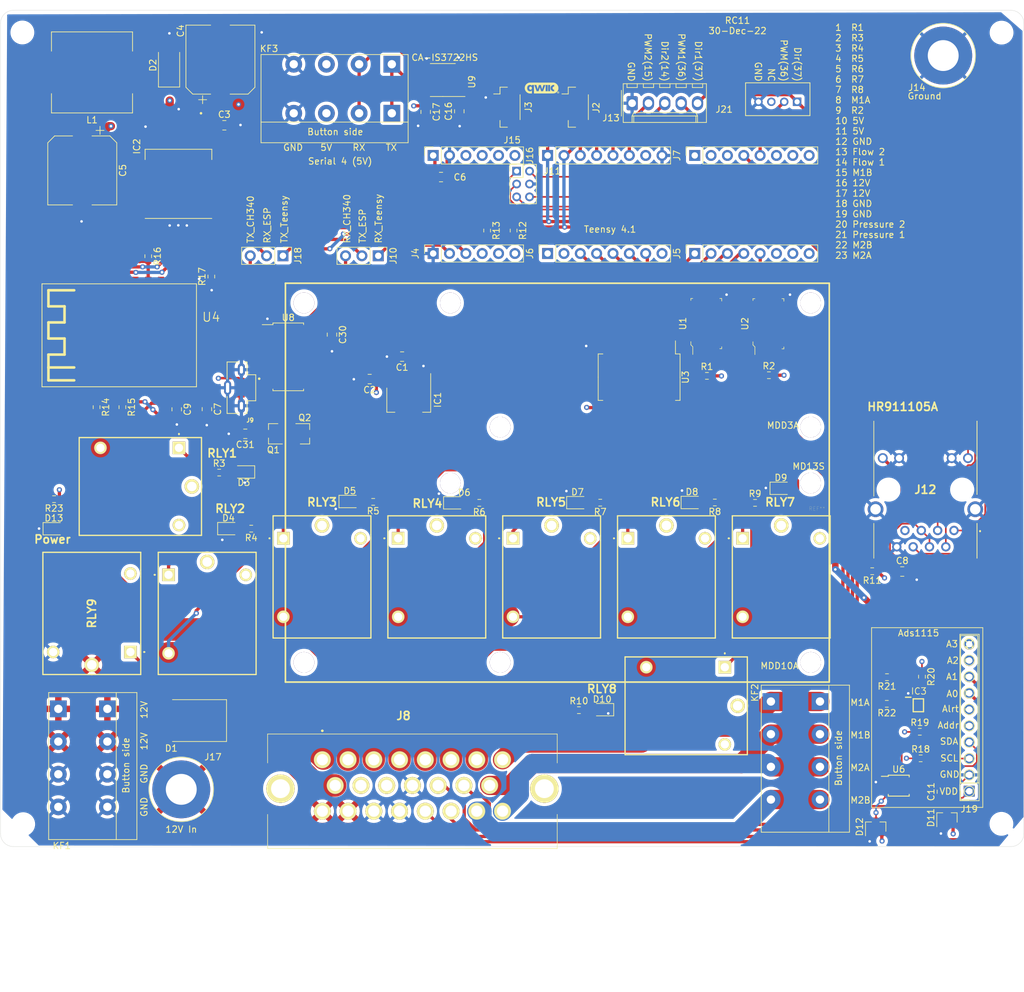
<source format=kicad_pcb>
(kicad_pcb (version 20221018) (generator pcbnew)
  (layers (0 "F.Cu" signal) (1 "In1.Cu" signal) (2 "In2.Cu" signal) (31 "B.Cu" signal) (34 "B.Paste" user) (35 "F.Paste" user) (36 "B.SilkS" user "B.Silkscreen") (37 "F.SilkS" user "F.Silkscreen") (38 "B.Mask" user) (39 "F.Mask" user) (44 "Edge.Cuts" user))
  (net 0 "")
  (net 1 "GND")
  (net 2 "+12V")
  (net 3 "+5V")
  (net 4 "Net-(D3-Pad2)")
  (net 5 "Net-(D4-Pad2)")
  (net 6 "Net-(D5-Pad2)")
  (net 7 "Net-(D6-Pad2)")
  (net 8 "Net-(D7-Pad2)")
  (net 9 "Net-(D8-Pad2)")
  (net 10 "Net-(D9-Pad2)")
  (net 11 "+3V3")
  (net 12 "Net-(D2-Pad1)")
  (net 13 "Net-(D10-Pad2)")
  (net 14 "R1")
  (net 15 "R2")
  (net 16 "R8")
  (net 17 "R7")
  (net 18 "R6")
  (net 19 "R5")
  (net 20 "R4")
  (net 21 "R3")
  (net 22 "Net-(RLY1-Pad1)")
  (net 23 "Net-(RLY2-Pad1)")
  (net 24 "Net-(RLY3-Pad1)")
  (net 25 "Net-(RLY4-Pad1)")
  (net 26 "Net-(RLY5-Pad1)")
  (net 27 "Net-(RLY6-Pad1)")
  (net 28 "Net-(RLY7-Pad1)")
  (net 29 "Net-(RLY8-Pad1)")
  (net 30 "Net-(IC1-Pad4)")
  (net 31 "RLY1")
  (net 32 "RLY2")
  (net 33 "RLY3")
  (net 34 "RLY4")
  (net 35 "RLY5")
  (net 36 "RLY6")
  (net 37 "RLY7")
  (net 38 "RLY8")
  (net 39 "Net-(J7-Pad8)")
  (net 40 "Net-(J7-Pad7)")
  (net 41 "Net-(J7-Pad2)")
  (net 42 "Net-(J7-Pad1)")
  (net 43 "Net-(J8-PadMH2)")
  (net 44 "Net-(J8-PadMH1)")
  (net 45 "Net-(J8-Pad23)")
  (net 46 "Net-(J8-Pad15)")
  (net 47 "Net-(J8-Pad8)")
  (net 48 "Net-(J9-Pad4)")
  (net 49 "Net-(J9-Pad3)")
  (net 50 "Net-(J11-Pad6)")
  (net 51 "Net-(J11-Pad5)")
  (net 52 "Net-(J11-Pad2)")
  (net 53 "Net-(J11-Pad1)")
  (net 54 "Net-(J12-Pad12)")
  (net 55 "Net-(J12-Pad7)")
  (net 56 "Net-(R1-Pad1)")
  (net 57 "Net-(R2-Pad1)")
  (net 58 "Net-(J11-Pad3)")
  (net 59 "Net-(C8-Pad1)")
  (net 60 "Net-(J5-Pad6)")
  (net 61 "Net-(J6-Pad8)")
  (net 62 "Net-(J15-Pad6)")
  (net 63 "Net-(J15-Pad3)")
  (net 64 "Net-(J16-Pad7)")
  (net 65 "Net-(J5-Pad8)")
  (net 66 "Net-(J5-Pad7)")
  (net 67 "Net-(J21-Pad3)")
  (net 68 "FlowPin2")
  (net 69 "FlowPin1")
  (net 70 "Sensor1")
  (net 71 "Sensor2")
  (net 72 "12V_In")
  (net 73 "Net-(J8-Pad22)")
  (net 74 "Net-(J7-Pad6)")
  (net 75 "Net-(J7-Pad3)")
  (net 76 "Net-(J4-Pad4)")
  (net 77 "IO36")
  (net 78 "IO37")
  (net 79 "IO14")
  (net 80 "IO15")
  (net 81 "Net-(J6-Pad2)")
  (net 82 "EN")
  (net 83 "Net-(J9-Pad2)")
  (net 84 "Net-(Q1-Pad2)")
  (net 85 "Net-(Q1-Pad1)")
  (net 86 "IO0")
  (net 87 "Net-(R14-Pad1)")
  (net 88 "Net-(R17-Pad2)")
  (net 89 "Net-(U4-Pad17)")
  (net 90 "Net-(U4-Pad2)")
  (net 91 "Net-(U4-Pad4)")
  (net 92 "Net-(U4-Pad5)")
  (net 93 "Net-(U4-Pad6)")
  (net 94 "Net-(U4-Pad7)")
  (net 95 "Net-(U4-Pad9)")
  (net 96 "Net-(U4-Pad10)")
  (net 97 "Net-(U4-Pad11)")
  (net 98 "Net-(U4-Pad14)")
  (net 99 "Net-(U4-Pad13)")
  (net 100 "Net-(U4-Pad12)")
  (net 101 "Net-(U8-Pad15)")
  (net 102 "Net-(U8-Pad12)")
  (net 103 "Net-(U8-Pad11)")
  (net 104 "Net-(U8-Pad10)")
  (net 105 "Net-(U8-Pad9)")
  (net 106 "Net-(U8-Pad8)")
  (net 107 "Net-(U8-Pad7)")
  (net 108 "TX_Teensy")
  (net 109 "RX_Teensy")
  (net 110 "RX_CH340")
  (net 111 "TX_ESP")
  (net 112 "TX_CH340")
  (net 113 "RX_ESP")
  (net 114 "AIN0")
  (net 115 "Net-(IC3-Pad5)")
  (net 116 "Net-(IC3-Pad6)")
  (net 117 "Net-(IC3-Pad7)")
  (net 118 "Net-(J19-Pad10)")
  (net 119 "Net-(J19-Pad9)")
  (net 120 "Net-(J19-Pad6)")
  (net 121 "AIN1")
  (net 122 "Net-(J4-Pad6)")
  (net 123 "Net-(J4-Pad5)")
  (net 124 "Net-(J6-Pad1)")
  (net 125 "Net-(KF3-Pad2)")
  (net 126 "Net-(KF3-Pad1)")
  (net 127 "Net-(U6-Pad7)")
  (net 128 "Net-(U6-Pad6)")
  (net 129 "Net-(U6-Pad2)")
  (net 130 "Net-(D1-Pad1)")
  (net 131 "SDA_Teensy")
  (net 132 "SCL_Teensy")
  (net 133 "RX4")
  (net 134 "TX4")
  (net 135 "Net-(U4-Pad20)")
  (net 136 "Net-(U4-Pad19)")
  (net 137 "Net-(J15-Pad5)")
  (net 138 "Net-(J15-Pad4)")
  (net 139 "Net-(D13-Pad2)")
  (footprint "MyFootprints:7760871" (layer "F.Cu") (at 70 146.5)
    (fp_text reference "J8")
    (fp_text value "776087-1" hide)
  )
  (footprint "MyFootprints:Qwic_vertical" (layer "F.Cu") (at 109.3216 45.0596 -90)
    (fp_text reference "J2")
    (fp_text value "I2C-3V3")
  )
  (footprint "MyFootprints:Qwic_vertical" (layer "F.Cu") (at 98.7196 45.0596 -90)
    (fp_text reference "J3")
    (fp_text value "I2C-3V3")
  )
  (footprint "Capacitor_SMD:C_0805_2012Metric" (layer "F.Cu") (at 82.3976 83.8302 180)
    (fp_text reference "C1")
    (fp_text value "22uF")
  )
  (footprint "Capacitor_SMD:C_0805_2012Metric" (layer "F.Cu") (at 77.3582 87.3252 180)
    (fp_text reference "C2")
    (fp_text value "10uF")
  )
  (footprint "Capacitor_SMD:C_0805_2012Metric" (layer "F.Cu") (at 54.7726 47.879)
    (fp_text reference "C3")
    (fp_text value "1uF")
  )
  (footprint "Capacitor_SMD:CP_Elec_10x10.5" (layer "F.Cu") (at 54.163 37.6682 90)
    (fp_text reference "C4")
    (fp_text value "470uF")
  )
  (footprint "Capacitor_SMD:CP_Elec_10x10.5" (layer "F.Cu") (at 32.7 54.8894 -90)
    (fp_text reference "C5")
    (fp_text value "330uF")
  )
  (footprint "MyFootprints:SMA(DO-214AC)" (layer "F.Cu") (at 46.1874 38.5318 90)
    (fp_text reference "D2")
    (fp_text value "SS36")
  )
  (footprint "Package_TO_SOT_SMD:SOT-223" (layer "F.Cu") (at 83.4286 90.5648 -90)
    (fp_text reference "IC1")
    (fp_text value "AZ1117")
  )
  (footprint "MyFootprints:TO263-5L" (layer "F.Cu") (at 47.6479 54.30475 -90)
    (fp_text reference "IC2")
    (fp_text value "XL2596")
  )
  (footprint "MyFootprints:HR911105A" (layer "F.Cu") (at 168.148 110.8608)
    (fp_text reference "J12")
    (fp_text value "HR911105A")
  )
  (footprint "MyFootprints:TMPA1265SP-101MN-D" (layer "F.Cu") (at 34.2138 39.6494 180)
    (fp_text reference "L1")
    (fp_text value "SMDRI127-330MT")
  )
  (footprint "Package_SO:SOP-18_7x12.5mm_P1.27mm" (layer "F.Cu") (at 119.2276 87.0306 -90)
    (fp_text reference "U3")
    (fp_text value "ULN2803A")
  )
  (footprint "MyFootprints:HF3FF0121HST257" (layer "F.Cu") (at 132.5372 132.1156 180)
    (fp_text reference "RLY8")
    (fp_text value "HF3FF_012-1HST_257_" hide)
  )
  (footprint "MyFootprints:HF3FF0121HST257" (layer "F.Cu") (at 46.109466 117.7534 -90)
    (fp_text reference "RLY2")
    (fp_text value "HF3FF_012-1HST_257_" hide)
  )
  (footprint "MyFootprints:HF3FF0121HST257" (layer "F.Cu") (at 63.948732 112.0806 -90)
    (fp_text reference "RLY3")
    (fp_text value "HF3FF_012-1HST_257_" hide)
  )
  (footprint "MyFootprints:HF3FF0121HST257" (layer "F.Cu") (at 81.787998 112.0806 -90)
    (fp_text reference "RLY4")
    (fp_text value "HF3FF_012-1HST_257_" hide)
  )
  (footprint "MyFootprints:HF3FF0121HST257" (layer "F.Cu") (at 99.627264 112.0806 -90)
    (fp_text reference "RLY5")
    (fp_text value "HF3FF_012-1HST_257_" hide)
  )
  (footprint "MyFootprints:HF3FF0121HST257" (layer "F.Cu") (at 117.46653 112.0806 -90)
    (fp_text reference "RLY6")
    (fp_text value "HF3FF_012-1HST_257_" hide)
  )
  (footprint "MyFootprints:HF3FF0121HST257" (layer "F.Cu") (at 135.3058 112.0806 -90)
    (fp_text reference "RLY7")
    (fp_text value "HF3FF_012-1HST_257_" hide)
  )
  (footprint "Capacitor_SMD:C_0805_2012Metric" (layer "F.Cu") (at 160.1064 117.2464)
    (fp_text reference "C8")
    (fp_text value "0.1uF")
  )
  (footprint "Connector_PinSocket_2.54mm:PinSocket_1x08_P2.54mm_Vertical" (layer "F.Cu") (at 127.8636 67.8028 90)
    (fp_text reference "J5")
    (fp_text value "Conn_01x08_Female")
  )
  (footprint "Connector_PinSocket_2.54mm:PinSocket_1x08_P2.54mm_Vertical" (layer "F.Cu") (at 127.8636 52.5628 90)
    (fp_text reference "J7")
    (fp_text value "Conn_01x08_Female")
  )
  (footprint "Connector_PinHeader_2.00mm:PinHeader_2x03_P2.00mm_Vertical" (layer "F.Cu") (at 100.1936 55.0012)
    (fp_text reference "J11")
    (fp_text value "Teensy_Ethernet")
  )
  (footprint "MyFootprints:KF142V-5.08-4P" (layer "F.Cu") (at 138.2014 157.7696 90)
    (fp_text reference "KF2")
    (fp_text value "KF142V-5.0-4P")
  )
  (footprint "Capacitor_SMD:C_0805_2012Metric" (layer "F.Cu") (at 88.4428 55.9156)
    (fp_text reference "C6")
    (fp_text value "0.1uF")
  )
  (footprint "MountingHole:MountingHole_3.2mm_M3" (layer "F.Cu") (at 175.514 156.4666)
    (fp_text reference " ")
    (fp_text value " ")
  )
  (footprint "MountingHole:MountingHole_3.2mm_M3" (layer "F.Cu") (at 23.5204 156.5174)
    (fp_text reference " ")
    (fp_text value " ")
  )
  (footprint "MountingHole:MountingHole_3.2mm_M3" (layer "F.Cu") (at 23.3934 33.4442)
    (fp_text reference " ")
    (fp_text value " ")
  )
  (footprint "MountingHole:MountingHole_3.2mm_M3" (layer "F.Cu") (at 175.5394 33.4696)
    (fp_text reference " ")
    (fp_text value " ")
  )
  (footprint "MyFootprints:QwiicLogo" (layer "F.Cu") (at 104.0892 42.037)
    (fp_text reference "G***" hide)
    (fp_text value "LOGO" hide)
  )
  (footprint "Resistor_SMD:R_0603_1608Metric" (layer "F.Cu") (at 155.4378 117.1956 180)
    (fp_text reference "R11")
    (fp_text value "150")
  )
  (footprint "Resistor_SMD:R_0603_1608Metric" (layer "F.Cu") (at 129.761 86.8274)
    (fp_text reference "R1")
    (fp_text value "200")
  )
  (footprint "Resistor_SMD:R_0603_1608Metric" (layer "F.Cu") (at 139.3876 86.7258)
    (fp_text reference "R2")
    (fp_text value "200")
  )
  (footprint "digikey-footprints:SMD-4_4.6x7.62mm_P2.54mm" (layer "F.Cu") (at 129.6594 78.6994 90)
    (fp_text reference "U1")
    (fp_text value "PC817")
  )
  (footprint "digikey-footprints:SMD-4_4.6x7.62mm_P2.54mm" (layer "F.Cu") (at 139.3114 78.7248 90)
    (fp_text reference "U2")
    (fp_text value "PC817")
  )
  (footprint "Connector_PinSocket_2.54mm:PinSocket_1x06_P2.54mm_Vertical" (layer "F.Cu") (at 87.2236 67.8028 90)
    (fp_text reference "J4")
    (fp_text value "Conn_01x06_Female")
  )
  (footprint "Connector_PinSocket_2.54mm:PinSocket_1x08_P2.54mm_Vertical" (layer "F.Cu") (at 105.0036 67.8028 90)
    (fp_text reference "J6")
    (fp_text value "Conn_01x08_Female")
  )
  (footprint "Connector_PinSocket_2.54mm:PinSocket_1x06_P2.54mm_Vertical" (layer "F.Cu") (at 87.2236 52.5628 90)
    (fp_text reference "J15")
    (fp_text value "Conn_01x06_Female")
  )
  (footprint "Connector_PinSocket_2.54mm:PinSocket_1x08_P2.54mm_Vertical" (layer "F.Cu") (at 105.0036 52.5628 90)
    (fp_text reference "J16")
    (fp_text value "Conn_01x08_Female")
  )
  (footprint "MyFootprints:Grove" (layer "F.Cu") (at 140.7668 44.2198 180)
    (fp_text reference "J21")
    (fp_text value "Motor1 GRV")
  )
  (footprint "MyFootprints:D_SMC_larger_pads" (layer "F.Cu") (at 50.3174 140.4112 180)
    (fp_text reference "D1")
    (fp_text value "S10MC")
  )
  (footprint "MyFootprints:PowerPin" (layer "F.Cu") (at 166.4716 37.0332)
    (fp_text reference "J14")
    (fp_text value "Ground")
  )
  (footprint "MyFootprints:PowerPin" (layer "F.Cu") (at 48.0822 151.1046)
    (fp_text reference "J17")
    (fp_text value "12V In")
  )
  (footprint "MyFootprints:KF142V-5.08-4P" (layer "F.Cu") (at 27.4828 158.9126 90)
    (fp_text reference "KF1")
    (fp_text value "KF142V-5.0-4P")
  )
  (footprint "MyFootprints:MDD10A_Outline" (layer "F.Cu") (at 148.7678 72.4256 180)
    (fp_text reference "REF**")
    (fp_text value "MDD10A")
  )
  (footprint "LED_SMD:LED_0805_2012Metric" (layer "F.Cu") (at 57.8104 101.7626 180)
    (fp_text reference "D3")
    (fp_text value "LED")
  )
  (footprint "LED_SMD:LED_0805_2012Metric" (layer "F.Cu") (at 55.4228 110.5764)
    (fp_text reference "D4")
    (fp_text value "LED")
  )
  (footprint "LED_SMD:LED_0805_2012Metric" (layer "F.Cu") (at 74.2696 106.36)
    (fp_text reference "D5")
    (fp_text value "LED")
  )
  (footprint "LED_SMD:LED_0805_2012Metric" (layer "F.Cu") (at 90.5256 106.5632)
    (fp_text reference "D6")
    (fp_text value "LED")
  )
  (footprint "LED_SMD:LED_0805_2012Metric" (layer "F.Cu") (at 109.6518 106.5378)
    (fp_text reference "D7")
    (fp_text value "LED")
  )
  (footprint "LED_SMD:LED_0805_2012Metric" (layer "F.Cu") (at 127.4318 106.5124)
    (fp_text reference "D8")
    (fp_text value "LED")
  )
  (footprint "LED_SMD:LED_0805_2012Metric" (layer "F.Cu") (at 141.2494 104.3026)
    (fp_text reference "D9")
    (fp_text value "LED")
  )
  (footprint "LED_SMD:LED_0805_2012Metric" (layer "F.Cu") (at 113.5888 138.7196 180)
    (fp_text reference "D10")
    (fp_text value "LED")
  )
  (footprint "Resistor_SMD:R_0603_1608Metric" (layer "F.Cu") (at 53.975 101.8642)
    (fp_text reference "R3")
    (fp_text value "500")
  )
  (footprint "Resistor_SMD:R_0603_1608Metric" (layer "F.Cu") (at 58.9534 110.5764 180)
    (fp_text reference "R4")
    (fp_text value "500")
  )
  (footprint "Resistor_SMD:R_0603_1608Metric" (layer "F.Cu") (at 77.9018 106.4108 180)
    (fp_text reference "R5")
    (fp_text value "500")
  )
  (footprint "Resistor_SMD:R_0603_1608Metric" (layer "F.Cu") (at 94.3864 106.5632 180)
    (fp_text reference "R6")
    (fp_text value "500")
  )
  (footprint "Resistor_SMD:R_0603_1608Metric" (layer "F.Cu") (at 113.1824 106.5378 180)
    (fp_text reference "R7")
    (fp_text value "500")
  )
  (footprint "Resistor_SMD:R_0603_1608Metric" (layer "F.Cu") (at 130.9878 106.5124 180)
    (fp_text reference "R8")
    (fp_text value "500")
  )
  (footprint "Resistor_SMD:R_0603_1608Metric" (layer "F.Cu") (at 137.2362 106.5688)
    (fp_text reference "R9")
    (fp_text value "500")
  )
  (footprint "Resistor_SMD:R_0603_1608Metric" (layer "F.Cu") (at 109.8672 138.7958)
    (fp_text reference "R10")
    (fp_text value "500")
  )
  (footprint "MyFootprints:HF3FF0121HST257" (layer "F.Cu") (at 47.7266 98.0186 180)
    (fp_text reference "RLY1")
    (fp_text value "HF3FF_012-1HST_257_" hide)
  )
  (footprint "Capacitor_SMD:C_0805_2012Metric" (layer "F.Cu") (at 52.07 91.9988 -90)
    (fp_text reference "C7")
    (fp_text value "10uF")
  )
  (footprint "Capacitor_SMD:C_0805_2012Metric" (layer "F.Cu") (at 47.371 92.0242 -90)
    (fp_text reference "C9")
    (fp_text value "0.1uF")
  )
  (footprint "Capacitor_SMD:C_0805_2012Metric" (layer "F.Cu") (at 71.501 80.4164 -90)
    (fp_text reference "C30")
    (fp_text value "0.1uF")
  )
  (footprint "Capacitor_SMD:C_0805_2012Metric" (layer "F.Cu") (at 58.0288 95.8342 180)
    (fp_text reference "C31")
    (fp_text value "1uF")
  )
  (footprint "105133-0011:MOLEX_105133-0011" (layer "F.Cu") (at 57.4294 88.6714 -90)
    (fp_text reference "J9")
    (fp_text value "105133-0011")
  )
  (footprint "Package_TO_SOT_SMD:SOT-23" (layer "F.Cu") (at 62.3976 95.8342 180)
    (fp_text reference "Q1")
    (fp_text value "BSS138")
  )
  (footprint "Package_TO_SOT_SMD:SOT-23" (layer "F.Cu") (at 67.2744 95.8342)
    (fp_text reference "Q2")
    (fp_text value "BSS138")
  )
  (footprint "Resistor_SMD:R_0603_1608Metric" (layer "F.Cu") (at 34.925 91.694 -90)
    (fp_text reference "R14")
    (fp_text value "10K")
  )
  (footprint "Resistor_SMD:R_0603_1608Metric" (layer "F.Cu") (at 38.9382 91.694 -90)
    (fp_text reference "R15")
    (fp_text value "10K")
  )
  (footprint "Resistor_SMD:R_0603_1608Metric" (layer "F.Cu") (at 42.9514 68.2244 -90)
    (fp_text reference "R16")
    (fp_text value "10K")
  )
  (footprint "Resistor_SMD:R_0603_1608Metric" (layer "F.Cu") (at 52.7558 71.3872 90)
    (fp_text reference "R17")
    (fp_text value "10K")
  )
  (footprint "ESP-12F:ESP-12F" (layer "F.Cu") (at 39.0144 80.899 90)
    (fp_text reference "U4")
    (fp_text value "ESP-12F")
  )
  (footprint "Package_SO:SOP-16_4.55x10.3mm_P1.27mm" (layer "F.Cu") (at 64.709 83.8708)
    (fp_text reference "U8")
    (fp_text value "CH340C")
  )
  (footprint "Resistor_SMD:R_0603_1608Metric" (layer "F.Cu") (at 99.7204 64.2366 -90)
    (fp_text reference "R12")
    (fp_text value "2.2K")
  )
  (footprint "Resistor_SMD:R_0603_1608Metric" (layer "F.Cu") (at 95.6056 64.2366 -90)
    (fp_text reference "R13")
    (fp_text value "2.2K")
  )
  (footprint "Connector_PinHeader_2.54mm:PinHeader_1x03_P2.54mm_Vertical" (layer "F.Cu") (at 78.6892 68.1584 -90)
    (fp_text reference "J10")
    (fp_text value "Conn_01x03_Male")
  )
  (footprint "Connector_PinHeader_2.54mm:PinHeader_1x03_P2.54mm_Vertical" (layer "F.Cu") (at 63.881 68.1584 -90)
    (fp_text reference "J18")
    (fp_text value "Conn_01x03_Male")
  )
  (footprint "Package_TO_SOT_SMD:SOT-23" (layer "F.Cu") (at 167.0558 155.509 90)
    (fp_text reference "D11")
    (fp_text value "BAV99")
  )
  (footprint "MyFootprints:PCA9306DCUR" (layer "F.Cu") (at 162.6108 138.0338)
    (fp_text reference "IC3")
    (fp_text value "PCA9306DCUR" hide)
  )
  (footprint "Connector_PinSocket_2.54mm:PinSocket_1x10_P2.54mm_Vertical" (layer "F.Cu") (at 170.5102 151.3942 180)
    (fp_text reference "J19")
    (fp_text value "ADS1115 - 1001001")
  )
  (footprint "Resistor_SMD:R_0603_1608Metric" (layer "F.Cu") (at 162.9664 146.2888)
    (fp_text reference "R18")
    (fp_text value "341")
  )
  (footprint "Resistor_SMD:R_0603_1608Metric" (layer "F.Cu") (at 162.8394 142.1486)
    (fp_text reference "R19")
    (fp_text value "341")
  )
  (footprint "Resistor_SMD:R_0603_1608Metric" (layer "F.Cu") (at 163.1696 133.5888 -90)
    (fp_text reference "R20")
    (fp_text value "200K")
  )
  (footprint "Resistor_SMD:R_0603_1608Metric" (layer "F.Cu") (at 157.734 133.665 180)
    (fp_text reference "R21")
    (fp_text value "217")
  )
  (footprint "Resistor_SMD:R_0603_1608Metric" (layer "F.Cu") (at 157.7086 137.8052 180)
    (fp_text reference "R22")
    (fp_text value "217")
  )
  (footprint "MyFootprints:ads1115_no_pins" (layer "F.Cu") (at 172.1104 153.0452 90)
    (fp_text reference "REF**")
    (fp_text value "Ads1115")
  )
  (footprint "Connector_Molex:Molex_KK-254_AE-6410-05A_1x05_P2.54mm_Vertical" (layer "F.Cu") (at 118.1354 44.4398)
    (fp_text reference "J13")
    (fp_text value "Conn_01x05")
  )
  (footprint "Package_TO_SOT_SMD:SOT-23" (layer "F.Cu") (at 155.9814 156.9314 90)
    (fp_text reference "D12")
    (fp_text value "BAV99")
  )
  (footprint "Capacitor_SMD:C_0805_2012Metric" (layer "F.Cu") (at 166.2684 151.4704 90)
    (fp_text reference "C11")
    (fp_text value "0.1uF")
  )
  (footprint "Package_SO:TSSOP-10_3x3mm_P0.5mm" (layer "F.Cu") (at 159.5628 150.5306)
    (fp_text reference "U6")
    (fp_text value "ADS1115IDGS - 1001000")
  )
  (footprint "MyFootprints:HF3FF0121HST257" (layer "F.Cu") (at 40.1828 129.7534 90)
    (fp_text reference "RLY9")
    (fp_text value "HF3FF_012-1HST_257_" hide)
  )
  (footprint "Capacitor_SMD:C_0805_2012Metric" (layer "F.Cu") (at 91.2876 45.6946 90)
    (fp_text reference "C16")
    (fp_text value "0.1uF")
  )
  (footprint "Capacitor_SMD:C_0805_2012Metric" (layer "F.Cu") (at 86.0552 45.7962 -90)
    (fp_text reference "C17")
    (fp_text value "0.1uF")
  )
  (footprint "Package_SO:SOIC-8_3.9x4.9mm_P1.27mm" (layer "F.Cu") (at 88.7222 40.8432 180)
    (fp_text reference "U9")
    (fp_text value "CA-IS3722HS")
  )
  (footprint "MyFootprints:KF142V-5.08-4P" (layer "F.Cu") (at 60.4774 36.8808)
    (fp_text reference "KF3")
    (fp_text value "Serial 4 (5V)")
  )
  (footprint "LED_SMD:LED_0805_2012Metric" (layer "F.Cu") (at 28.2979 110.5916)
    (fp_text reference "D13")
    (fp_text value "LED")
  )
  (footprint "Resistor_SMD:R_0603_1608Metric" (layer "F.Cu") (at 28.321 105.9942 180)
    (fp_text reference "R23")
    (fp_text value "500")
  )
  (gr_line (start 20 32) (end 20 158) (stroke (width 0.05)) (layer "Edge.Cuts"))
  (gr_line (start 22 160) (end 177 160) (stroke (width 0.05)) (layer "Edge.Cuts"))
  (gr_line (start 179 32) (end 179 158) (stroke (width 0.05)) (layer "Edge.Cuts"))
  (gr_arc (start 179 158) (mid 178.414214 159.414214) (end 177 160) (stroke (width 0.05)) (layer "Edge.Cuts"))
  (gr_arc (start 22 160) (mid 20.585786 159.414214) (end 20 158) (stroke (width 0.05)) (layer "Edge.Cuts"))
  (gr_arc (start 20 32) (mid 20.585786 30.585786) (end 22 30) (stroke (width 0.05)) (layer "Edge.Cuts"))
  (gr_line (start 22 30) (end 177 30) (stroke (width 0.05)) (layer "Edge.Cuts"))
  (gr_arc (start 177 30) (mid 178.414214 30.585786) (end 179 32) (stroke (width 0.05)) (layer "Edge.Cuts"))
  (gr_text "GND" (at 42.3164 153.8326 90) (layer "F.SilkS") (effects (font (size 1 1))))
  (gr_text "GND" (at 42.3164 148.660543 90) (layer "F.SilkS") (effects (font (size 1 1))))
  (gr_text "12V" (at 42.3164 143.631343 90) (layer "F.SilkS") (effects (font (size 1 1))))
  (gr_text "Dir(37)\n" (at 143.8402 38.38819 270) (layer "F.SilkS") (effects (font (size 1 1))))
  (gr_text "PWM(36)" (at 141.7066 37.792952 270) (layer "F.SilkS") (effects (font (size 1 1))))
  (gr_text "RX" (at 75.692 51.3334) (layer "F.SilkS") (effects (font (size 1 1))))
  (gr_text "Dir1(37)" (at 128.4224 37.912 270) (layer "F.SilkS") (effects (font (size 1 1))))
  (gr_text "PWM2(15)" (at 120.59285 37.316762 270) (layer "F.SilkS") (effects (font (size 1 1))))
  (gr_text "TX_Teensy" (at 64.0842 62.487839 90) (layer "F.SilkS") (effects (font (size 1 1))))
  (gr_text "RX_CH340" (at 73.8378 62.3926 90) (layer "F.SilkS") (effects (font (size 1 1))))
  (gr_text "TX_CH340" (at 58.8518 62.511648 90) (layer "F.SilkS") (effects (font (size 1 1))))
  (gr_text "Power" (at 28.067 112.2426) (layer "F.SilkS") (effects (font (size 1.27 1.27) (thickness 0.254))))
  (gr_text "5V" (at 70.612 51.3334) (layer "F.SilkS") (effects (font (size 1 1))))
  (gr_text "RX_ESP" (at 61.4426 63.41641 90) (layer "F.SilkS") (effects (font (size 1 1))))
  (gr_text "M2B" (at 153.614429 152.7912) (layer "F.SilkS") (effects (font (size 1 1))))
  (gr_text "RX_Teensy" (at 78.74 62.368791 90) (layer "F.SilkS") (effects (font (size 1 1))))
  (gr_text "12V" (at 42.3164 138.745 90) (layer "F.SilkS") (effects (font (size 1 1))))
  (gr_text "Dir2(14)" (at 123.2027 37.912 270) (layer "F.SilkS") (effects (font (size 1 1))))
  (gr_text "GND" (at 117.983 39.531047 270) (layer "F.SilkS") (effects (font (size 1 1))))
  (gr_text "TX" (at 80.7212 51.3334) (layer "F.SilkS") (effects (font (size 1 1))))
  (gr_text "GND" (at 137.7188 39.531047 270) (layer "F.SilkS") (effects (font (size 1 1))))
  (gr_text "M2A" (at 153.543 147.728132) (layer "F.SilkS") (effects (font (size 1 1))))
  (gr_text "TX_ESP" (at 76.2508 63.535458 90) (layer "F.SilkS") (effects (font (size 1 1))))
  (gr_text "M1B" (at 153.614429 142.665066) (layer "F.SilkS") (effects (font (size 1 1))))
  (gr_text "GND" (at 65.4558 51.3334) (layer "F.SilkS") (effects (font (size 1 1))))
  (gr_text "RC11\n30-Dec-22" (at 134.5184 32.385) (layer "F.SilkS") (effects (font (size 1 1))))
  (gr_text "M1A" (at 153.543 137.602) (layer "F.SilkS") (effects (font (size 1 1))))
  (gr_text "NC" (at 139.759268 40.031047 270) (layer "F.SilkS") (effects (font (size 1 1))))
  (gr_text "PWM1(36)" (at 125.81255 37.316762 270) (layer "F.SilkS") (effects (font (size 1 1))))
  (gr_text "1  R1\n2  R3\n3  R4\n4  R5\n5  R6\n6  R7\n7  R8\n8  M1A\n9  R2\n10 5V\n11 5V\n12 GND\n13 Flow 2\n14 Flow 1\n15 M1B\n16 12V\n17 12V\n18 GND\n19 GND\n20 Pressure 2\n21 Pressure 1\n22 M2B\n23 M2A" (at 149.606 50.3936) (layer "F.SilkS") (effects (font (size 1 1)) (justify left)))
  (gr_text "Teensy 4.1" (at 114.7064 64.0436) (layer "F.SilkS") (effects (font (size 1 1))))
  (segment (start 162.326402 118.516402) (end 162.3568 118.516402) (width 0.254) (layer "F.Cu") (net 1))
  (segment (start 142.6642 74.2036) (end 140.484 74.2036) (width 1.016) (layer "F.Cu") (net 1))
  (segment (start 76.4082 87.3252) (end 74.9198 87.3252) (width 0.508) (layer "F.Cu") (net 1))
  (segment (start 126.4943 106.5124) (end 126.4943 105.2701) (width 0.508) (layer "F.Cu") (net 1))
  (segment (start 155.0314 157.9314) (end 155.0314 159.1818) (width 0.508) (layer "F.Cu") (net 1))
  (segment (start 46.1874 36.5318) (end 46.1874 33.6296) (width 1.27) (layer "F.Cu") (net 1))
  (segment (start 166.2684 150.5204) (end 168.844 150.5204) (width 0.254) (layer "F.Cu") (net 1))
  (segment (start 114.5263 139.19863) (end 114.424065 139.300865) (width 0.508) (layer "F.Cu") (net 1))
  (segment (start 47.371 94.361) (end 47.3964 94.3864) (width 0.508) (layer "F.Cu") (net 1))
  (segment (start 168.844 150.5204) (end 170.5102 148.8542) (width 0.254) (layer "F.Cu") (net 1))
  (segment (start 71.501 83.0072) (end 71.501 81.3664) (width 1.016) (layer "F.Cu") (net 1))
  (segment (start 157.4128 149.5306) (end 156.448 149.5306) (width 0.254) (layer "F.Cu") (net 1))
  (segment (start 52.07 94.4626) (end 52.0446 94.488) (width 0.508) (layer "F.Cu") (net 1))
  (segment (start 166.1058 157.9626) (end 166.116 157.9728) (width 0.508) (layer "F.Cu") (net 1))
  (segment (start 47.6479 57.80475) (end 47.6479 62.8675) (width 3.5) (layer "F.Cu") (net 1))
  (segment (start 57.1794 89.9714) (end 57.1794 91.2214) (width 0.381) (layer "F.Cu") (net 1))
  (segment (start 57.1794 91.2214) (end 57.4294 91.4714) (width 0.381) (layer "F.Cu") (net 1))
  (segment (start 86.2472 37.53) (end 86.2076 37.4904) (width 0.508) (layer "F.Cu") (net 1))
  (segment (start 47.371 92.9742) (end 47.371 94.361) (width 0.508) (layer "F.Cu") (net 1))
  (segment (start 86.2472 38.9382) (end 86.2472 37.53) (width 0.508) (layer "F.Cu") (net 1))
  (segment (start 156.5656 150.5306) (end 156.0068 149.9718) (width 0.254) (layer "F.Cu") (net 1))
  (segment (start 114.5263 138.7196) (end 114.5263 139.19863) (width 0.508) (layer "F.Cu") (net 1))
  (segment (start 57.2872 47.8282) (end 56.05461 47.8282) (width 2.032) (layer "F.Cu") (net 1))
  (segment (start 161.0358 137.2838) (end 161.0358 136.1794) (width 0.254) (layer "F.Cu") (net 1))
  (segment (start 97.3946 43.5596) (end 107.9966 43.5596) (width 0.508) (layer "F.Cu") (net 1))
  (segment (start 44.2479 48.17475) (end 42.62235 48.17475) (width 1.27) (layer "F.Cu") (net 1))
  (segment (start 52.07 92.9488) (end 52.07 94.4626) (width 0.508) (layer "F.Cu") (net 1))
  (segment (start 114.0712 82.1792) (end 114.1476 82.2556) (width 0.508) (layer "F.Cu") (net 1))
  (segment (start 46.1874 33.6296) (end 46.2382 33.5788) (width 1.27) (layer "F.Cu") (net 1))
  (segment (start 57.0788 95.8342) (end 55.4634 95.8342) (width 0.508) (layer "F.Cu") (net 1))
  (segment (start 91.1972 38.9382) (end 91.1972 37.3522) (width 0.508) (layer "F.Cu") (net 1))
  (segment (start 58.7479 101.7626) (end 58.7479 102.6437) (width 0.508) (layer "F.Cu") (net 1))
  (segment (start 60.5372 33.4682) (end 60.579 33.4264) (width 2.032) (layer "F.Cu") (net 1))
  (segment (start 32.7 59.0894) (end 32.7 62.7024) (width 2.54) (layer "F.Cu") (net 1))
  (segment (start 110.998 82.1792) (end 114.0712 82.1792) (width 0.508) (layer "F.Cu") (net 1))
  (segment (start 97.3946 43.5596) (end 95.404293 43.5596) (width 0.508) (layer "F.Cu") (net 1))
  (segment (start 108.7143 105.5241) (end 107.9246 104.7344) (width 0.508) (layer "F.Cu") (net 1))
  (segment (start 74.9198 87.3252) (end 74.8944 87.3506) (width 0.508) (layer "F.Cu") (net 1))
  (segment (start 84.8868 47.9146) (end 84.8868 47.9552) (width 0.508) (layer "F.Cu") (net 1))
  (segment (start 132.809 74.2036) (end 130.8066 74.2036) (width 1.016) (layer "F.Cu") (net 1))
  (segment (start 54.4853 112.291098) (end 54.457598 112.3188) (width 0.508) (layer "F.Cu") (net 1))
  (segment (start 54.4853 110.5764) (end 54.4853 112.291098) (width 0.508) (layer "F.Cu") (net 1))
  (segment (start 47.6479 48.17475) (end 47.6479 45.4025) (width 1.27) (layer "F.Cu") (net 1))
  (segment (start 157.4128 150.5306) (end 156.5656 150.5306) (width 0.254) (layer "F.Cu") (net 1))
  (segment (start 155.0314 159.1818) (end 155.0416 159.192) (width 0.508) (layer "F.Cu") (net 1))
  (segment (start 126.4943 105.2701) (end 125.8824 104.6582) (width 0.508) (layer "F.Cu") (net 1))
  (segment (start 156.448 149.5306) (end 156.0068 149.9718) (width 0.254) (layer "F.Cu") (net 1))
  (segment (start 47.6479 45.4025) (end 47.686 45.3644) (width 1.27) (layer "F.Cu") (net 1))
  (segment (start 89.5881 106.5632) (end 89.535 106.5632) (width 0.508) (layer "F.Cu") (net 1))
  (segment (start 27.3604 110.5916) (end 26.0096 110.5916) (width 0.508) (layer "F.Cu") (net 1))
  (segment (start 61.459 79.4258) (end 61.459 77.961602) (width 0.508) (layer "F.Cu") (net 1))
  (segment (start 161.0358 136.1794) (end 161.035798 136.179398) (width 0.254) (layer "F.Cu") (net 1))
  (segment (start 58.7479 102.6437) (end 57.9628 103.4288) (width 0.508) (layer "F.Cu") (net 1))
  (segment (start 89.662 52.6644) (end 89.7636 52.5628) (width 0.508) (layer "F.Cu") (net 1))
  (segment (start 42.62235 48.17475) (end 42.5298 48.0822) (width 1.27) (layer "F.Cu") (net 1))
  (segment (start 91.2876 47.9552) (end 91.3384 48.006) (width 0.508) (layer "F.Cu") (net 1))
  (segment (start 89.3928 52.9336) (end 89.7636 52.5628) (width 0.508) (layer "F.Cu") (net 1))
  (segment (start 86.0552 46.7462) (end 84.8868 47.9146) (width 0.508) (layer "F.Cu") (net 1))
  (segment (start 52.8066 72.263) (end 52.7558 72.2122) (width 0.508) (layer "F.Cu") (net 1))
  (segment (start 26.0096 110.5916) (end 25.9842 110.5662) (width 0.508) (layer "F.Cu") (net 1))
  (segment (start 73.3321 106.36) (end 73.2282 106.36) (width 0.508) (layer "F.Cu") (net 1))
  (segment (start 89.535 106.5632) (end 88.1126 105.1408) (width 0.508) (layer "F.Cu") (net 1))
  (segment (start 91.1972 37.3522) (end 91.2114 37.338) (width 0.508) (layer "F.Cu") (net 1))
  (segment (start 54.163 33.4682) (end 60.5372 33.4682) (width 2.032) (layer "F.Cu") (net 1))
  (segment (start 50.8508 71.755) (end 49.7084 71.755) (width 1.016) (layer "F.Cu") (net 1))
  (segment (start 85.7286 85.307) (end 85.7148 85.2932) (width 1.27) (layer "F.Cu") (net 1))
  (segment (start 52.8066 73.5076) (end 52.8066 72.263) (width 0.508) (layer "F.Cu") (net 1))
  (segment (start 32.7 62.7024) (end 32.5882 62.8142) (width 2.54) (layer "F.Cu") (net 1))
  (segment (start 108.7143 106.5378) (end 108.7143 105.5241) (width 0.508) (layer "F.Cu") (net 1))
  (segment (start 61.459 77.961602) (end 61.468002 77.9526) (width 0.508) (layer "F.Cu") (net 1))
  (segment (start 81.4476 83.8302) (end 80.0354 83.8302) (width 0.508) (layer "F.Cu") (net 1))
  (segment (start 138.9634 104.3026) (end 138.9126 104.2518) (width 0.508) (layer "F.Cu") (net 1))
  (segment (start 91.2876 46.6446) (end 91.2876 47.9552) (width 0.508) (layer "F.Cu") (net 1))
  (segment (start 73.2282 106.36) (end 72.0852 107.503) (width 0.508) (layer "F.Cu") (net 1))
  (segment (start 161.0564 117.2464) (end 162.326402 118.516402) (width 0.254) (layer "F.Cu") (net 1))
  (segment (start 85.7286 87.4148) (end 85.7286 85.307) (width 1.27) (layer "F.Cu") (net 1))
  (segment (start 56.05461 47.8282) (end 56.05461 47.879) (width 2.032) (layer "F.Cu") (net 1))
  (segment (start 49.7084 71.755) (end 48.9444 72.519) (width 1.016) (layer "F.Cu") (net 1))
  (segment (start 89.3928 55.9156) (end 89.3928 52.9336) (width 0.508) (layer "F.Cu") (net 1))
  (segment (start 140.3119 104.3026) (end 138.9634 104.3026) (width 0.508) (layer "F.Cu") (net 1))
  (segment (start 166.1058 156.509) (end 166.1058 157.9626) (width 0.508) (layer "F.Cu") (net 1))
  (segment (start 95.404293 43.5596) (end 95.394522 43.549829) (width 0.508) (layer "F.Cu") (net 1))
  (via (at 46.2382 33.5788) (size 0.8) (drill 0.4) (layers "F.Cu" "B.Cu") (net 1))
  (via (at 47.686 45.3644) (size 0.8) (drill 0.4) (layers "F.Cu" "B.Cu") (net 1))
  (via (at 42.5298 48.0822) (size 0.8) (drill 0.4) (layers "F.Cu" "B.Cu") (net 1))
  (via (at 142.6642 74.2036) (size 0.8) (drill 0.4) (layers "F.Cu" "B.Cu") (net 1))
  (via (at 57.2872 47.8282) (size 0.8) (drill 0.4) (layers "F.Cu" "B.Cu") (net 1))
  (via (at 166.116 157.9728) (size 0.8) (drill 0.4) (layers "F.Cu" "B.Cu") (net 1))
  (via (at 155.0416 159.192) (size 0.8) (drill 0.4) (layers "F.Cu" "B.Cu") (net 1))
  (via (at 125.8824 104.6582) (size 0.8) (drill 0.4) (layers "F.Cu" "B.Cu") (net 1))
  (via (at 107.9246 104.7344) (size 0.8) (drill 0.4) (layers "F.Cu" "B.Cu") (net 1))
  (via (at 88.1126 105.1408) (size 0.8) (drill 0.4) (layers "F.Cu" "B.Cu") (net 1))
  (via (at 72.0852 107.503) (size 0.8) (drill 0.4) (layers "F.Cu" "B.Cu") (net 1))
  (via (at 91.3384 48.006) (size 0.8) (drill 0.4) (layers "F.Cu" "B.Cu") (net 1))
  (via (at 91.2114 37.338) (size 0.8) (drill 0.4) (layers "F.Cu" "B.Cu") (net 1))
  (via (at 86.2076 37.4904) (size 0.8) (drill 0.4) (layers "F.Cu" "B.Cu") (net 1))
  (via (at 47.625 63.4238) (size 0.8) (drill 0.4) (layers "F.Cu" "B.Cu") (net 1))
  (via (at 48.9458 63.4492) (size 0.8) (drill 0.4) (layers "F.Cu" "B.Cu") (net 1))
  (via (at 46.2788 63.4492) (size 0.8) (drill 0.4) (layers "F.Cu" "B.Cu") (net 1))
  (via (at 52.8066 73.5076) (size 0.8) (drill 0.4) (layers "F.Cu" "B.Cu") (net 1))
  (via (at 25.9842 110.5662) (size 0.8) (drill 0.4) (layers "F.Cu" "B.Cu") (net 1))
  (via (at 57.9628 103.4288) (size 0.8) (drill 0.4) (layers "F.Cu" "B.Cu") (net 1))
  (via (at 162.3568 118.516402) (size 0.8) (drill 0.4) (layers "F.Cu" "B.Cu") (net 1))
  (via (at 114.424065 139.300865) (size 0.8) (drill 0.4) (layers "F.Cu" "B.Cu") (net 1))
  (via (at 110.998 82.1792) (size 0.8) (drill 0.4) (layers "F.Cu" "B.Cu") (net 1))
  (via (at 138.9126 104.2518) (size 0.8) (drill 0.4) (layers "F.Cu" "B.Cu") (net 1))
  (via (at 54.457598 112.3188) (size 0.8) (drill 0.4) (layers "F.Cu" "B.Cu") (net 1))
  (via (at 85.7148 85.2932) (size 0.8) (drill 0.4) (layers "F.Cu" "B.Cu") (net 1))
  (via (at 50.8508 71.755) (size 0.8) (drill 0.4) (layers "F.Cu" "B.Cu") (net 1))
  (via (at 132.809 74.2036) (size 0.8) (drill 0.4) (layers "F.Cu" "B.Cu") (net 1))
  (via (at 161.035798 136.179398) (size 0.8) (drill 0.4) (layers "F.Cu" "B.Cu") (net 1))
  (via (at 61.468002 77.9526) (size 0.8) (drill 0.4) (layers "F.Cu" "B.Cu") (net 1))
  (via (at 71.501 83.0072) (size 0.8) (drill 0.4) (layers "F.Cu" "B.Cu") (net 1))
  (via (at 95.394522 43.549829) (size 0.8) (drill 0.4) (layers "F.Cu" "B.Cu") (net 1))
  (via (at 47.3964 94.3864) (size 0.8) (drill 0.4) (layers "F.Cu" "B.Cu") (net 1))
  (via (at 80.0354 83.8302) (size 0.8) (drill 0.4) (layers "F.Cu" "B.Cu") (net 1))
  (via (at 32.5882 62.8142) (size 0.8) (drill 0.4) (layers "F.Cu" "B.Cu") (net 1))
  (via (at 74.8944 87.3506) (size 0.8) (drill 0.4) (layers "F.Cu" "B.Cu") (net 1))
  (via (at 55.4634 95.8342) (size 0.8) (drill 0.4) (layers "F.Cu" "B.Cu") (net 1))
  (via (at 60.579 33.4264) (size 0.8) (drill 0.4) (layers "F.Cu" "B.Cu") (net 1))
  (via (at 84.8868 47.9552) (size 0.8) (drill 0.4) (layers "F.Cu" "B.Cu") (net 1))
  (via (at 52.0446 94.488) (size 0.8) (drill 0.4) (layers "F.Cu" "B.Cu") (net 1))
  (via (at 156.0068 149.9718) (size 0.8) (drill 0.4) (layers "F.Cu" "B.Cu") (net 1))
  (segment (start 53.8226 42.3062) (end 53.8226 47.879) (width 2.032) (layer "F.Cu") (net 2))
  (segment (start 54.163 41.8682) (end 53.8226 42.2086) (width 2.032) (layer "F.Cu") (net 2))
  (segment (start 111.106 91.7614) (end 111.0742 91.7296) (width 0.508) (layer "F.Cu") (net 2))
  (segment (start 56.9226 44.6278) (end 54.163 41.8682) (width 2.032) (layer "F.Cu") (net 2))
  (segment (start 114.0714 91.7614) (end 111.106 91.7614) (width 0.508) (layer "F.Cu") (net 2))
  (segment (start 53.8226 42.2086) (end 53.8226 42.3062) (width 2.032) (layer "F.Cu") (net 2))
  (segment (start 51.34365 47.879) (end 51.19891 48.02374) (width 2.032) (layer "F.Cu") (net 2))
  (segment (start 29.146 105.9942) (end 29.146 104.5332) (width 0.508) (layer "F.Cu") (net 2))
  (segment (start 56.9824 44.6278) (end 56.9226 44.6278) (width 2.032) (layer "F.Cu") (net 2))
  (segment (start 53.8226 47.879) (end 51.34365 47.879) (width 2.032) (layer "F.Cu") (net 2))
  (via (at 111.0742 91.7296) (size 0.8) (drill 0.4) (layers "F.Cu" "B.Cu") (net 2))
  (via (at 56.9824 44.6278) (size 0.8) (drill 0.4) (layers "F.Cu" "B.Cu") (net 2))
  (via (at 29.146 104.5332) (size 0.8) (drill 0.4) (layers "F.Cu" "B.Cu") (net 2))
  (segment (start 46.289 44.682492) (end 46.17789 44.793602) (width 1.27) (layer "F.Cu") (net 3))
  (segment (start 86.0552 44.8462) (end 84.2112 44.8462) (width 0.508) (layer "F.Cu") (net 3))
  (segment (start 29.2638 47.2532) (end 32.7 50.6894) (width 1.27) (layer "F.Cu") (net 3))
  (segment (start 162.1414 146.2888) (end 160.778876 146.2888) (width 0.254) (layer "F.Cu") (net 3))
  (segment (start 46.289 44.0182) (end 46.289 44.682492) (width 1.27) (layer "F.Cu") (net 3))
  (segment (start 78.3996 89.408) (end 78.3996 87.4166) (width 0.508) (layer "F.Cu") (net 3))
  (segment (start 87.4928 55.9156) (end 87.4928 52.832) (width 0.508) (layer "F.Cu") (net 3))
  (segment (start 162.5168 150.5306) (end 164.4066 152.4204) (width 0.254) (layer "F.Cu") (net 3))
  (segment (start 160.778876 146.2888) (end 160.754163 146.264087) (width 0.254) (layer "F.Cu") (net 3))
  (segment (start 86.0552 42.9402) (end 86.2472 42.7482) (width 0.508) (layer "F.Cu") (net 3))
  (segment (start 29.2638 39.6494) (end 29.2638 47.2532) (width 1.27) (layer "F.Cu") (net 3))
  (segment (start 57.1794 87.3714) (end 56.98889 87.18089) (width 0.381) (layer "F.Cu") (net 3))
  (segment (start 36.83 48.006) (end 37.1602 48.006) (width 1.27) (layer "F.Cu") (net 3))
  (segment (start 156.9314 157.9314) (end 156.9314 159.1006) (width 0.508) (layer "F.Cu") (net 3))
  (segment (start 157.3042 118.237) (end 157.353 118.237) (width 0.508) (layer "F.Cu") (net 3))
  (segment (start 32.7 50.6894) (end 34.1466 50.6894) (width 1.27) (layer "F.Cu") (net 3))
  (segment (start 161.989 142.174) (end 162.0144 142.1486) (width 0.254) (layer "F.Cu") (net 3))
  (segment (start 161.7128 150.5306) (end 162.5168 150.5306) (width 0.254) (layer "F.Cu") (net 3))
  (segment (start 46.17789 44.793602) (end 46.17789 47.94476) (width 1.27) (layer "F.Cu") (net 3))
  (segment (start 168.0058 156.509) (end 168.0058 158.0084) (width 0.508) (layer "F.Cu") (net 3))
  (segment (start 156.9314 159.1006) (end 156.972 159.1412) (width 0.508) (layer "F.Cu") (net 3))
  (segment (start 56.98889 87.18089) (end 53.86531 87.18089) (width 0.381) (layer "F.Cu") (net 3))
  (segment (start 53.86531 87.18089) (end 53.848 87.1982) (width 0.381) (layer "F.Cu") (net 3))
  (segment (start 84.2112 44.8462) (end 84.201 44.8564) (width 0.508) (layer "F.Cu") (net 3))
  (segment (start 156.2628 117.1956) (end 157.3042 118.237) (width 0.508) (layer "F.Cu") (net 3))
  (segment (start 46.17789 47.94476) (end 45.9479 48.17475) (width 1.27) (layer "F.Cu") (net 3))
  (segment (start 34.1466 50.6894) (end 36.83 48.006) (width 1.27) (layer "F.Cu") (net 3))
  (segment (start 87.4928 52.832) (end 87.2236 52.5628) (width 0.508) (layer "F.Cu") (net 3))
  (segment (start 169.484 152.4204) (end 170.5102 151.3942) (width 0.254) (layer "F.Cu") (net 3))
  (segment (start 140.2126 86.7258) (end 141.732004 86.7258) (width 0.508) (layer "F.Cu") (net 3))
  (segment (start 78.3082 87.3252) (end 81.039 87.3252) (width 0.508) (layer "F.Cu") (net 3))
  (segment (start 168.0058 158.0084) (end 168.021 158.0236) (width 0.508) (layer "F.Cu") (net 3))
  (segment (start 81.039 87.3252) (end 81.1286 87.4148) (width 0.508) (layer "F.Cu") (net 3))
  (segment (start 164.4066 152.4204) (end 166.2684 152.4204) (width 0.254) (layer "F.Cu") (net 3))
  (segment (start 132.001236 86.8274) (end 132.015218 86.841382) (width 0.508) (layer "F.Cu") (net 3))
  (segment (start 160.4772 142.174) (end 161.989 142.174) (width 0.254) (layer "F.Cu") (net 3))
  (segment (start 86.0552 44.8462) (end 86.0552 42.9402) (width 0.508) (layer "F.Cu") (net 3))
  (segment (start 130.586 86.8274) (end 132.001236 86.8274) (width 0.508) (layer "F.Cu") (net 3))
  (segment (start 166.2684 152.4204) (end 169.484 152.4204) (width 0.254) (layer "F.Cu") (net 3))
  (segment (start 163.1696 132.7638) (end 163.1696 131.2266) (width 0.254) (layer "F.Cu") (net 3))
  (segment (start 78.3996 87.4166) (end 78.3082 87.3252) (width 0.508) (layer "F.Cu") (net 3))
  (via (at 46.289 44.0182) (size 0.8) (drill 0.4) (layers "F.Cu" "B.Cu") (net 3))
  (via (at 163.1696 131.2266) (size 0.8) (drill 0.4) (layers "F.Cu" "B.Cu") (net 3))
  (via (at 168.021 158.0236) (size 0.8) (drill 0.4) (layers "F.Cu" "B.Cu") (net 3))
  (via (at 156.972 159.1412) (size 0.8) (drill 0.4) (layers "F.Cu" "B.Cu") (net 3))
  (via (at 160.754163 146.264087) (size 0.8) (drill 0.4) (layers "F.Cu" "B.Cu") (net 3))
  (via (at 53.848 87.1982) (size 0.8) (drill 0.4) (layers "F.Cu" "B.Cu") (net 3))
  (via (at 141.732004 86.7258) (size 0.8) (drill 0.4) (layers "F.Cu" "B.Cu") (net 3))
  (via (at 84.201 44.8564) (size 0.8) (drill 0.4) (layers "F.Cu" "B.Cu") (net 3))
  (via (at 78.3996 89.408) (size 0.8) (drill 0.4) (layers "F.Cu" "B.Cu") (net 3))
  (via (at 160.4772 142.174) (size 0.8) (drill 0.4) (layers "F.Cu" "B.Cu") (net 3))
  (via (at 132.015218 86.841382) (size 0.8) (drill 0.4) (layers "F.Cu" "B.Cu") (net 3))
  (via (at 157.353 118.237) (size 0.8) (drill 0.4) (layers "F.Cu" "B.Cu") (net 3))
  (via (at 37.1602 48.006) (size 0.8) (drill 0.4) (layers "F.Cu" "B.Cu") (net 3))
  (segment (start 54.8 101.8642) (end 56.7713 101.8642) (width 0.508) (layer "F.Cu") (net 4))
  (segment (start 56.7713 101.8642) (end 56.8729 101.7626) (width 0.508) (layer "F.Cu") (net 4))
  (segment (start 56.3603 110.5764) (end 58.1284 110.5764) (width 0.508) (layer "F.Cu") (net 5))
  (segment (start 77.026 106.36) (end 77.0768 106.4108) (width 0.508) (layer "F.Cu") (net 6))
  (segment (start 75.2071 106.36) (end 77.026 106.36) (width 0.508) (layer "F.Cu") (net 6))
  (segment (start 91.4631 106.5632) (end 93.5614 106.5632) (width 0.508) (layer "F.Cu") (net 7))
  (segment (start 110.5893 106.5378) (end 112.3574 106.5378) (width 0.508) (layer "F.Cu") (net 8))
  (segment (start 128.3693 106.5124) (end 130.1628 106.5124) (width 0.508) (layer "F.Cu") (net 9))
  (segment (start 139.9207 106.5688) (end 142.1869 104.3026) (width 0.508) (layer "F.Cu") (net 10))
  (segment (start 138.0612 106.5688) (end 139.9207 106.5688) (width 0.508) (layer "F.Cu") (net 10))
  (segment (start 158.559 125.7168) (end 154.1526 121.3104) (width 1.016) (layer "F.Cu") (net 11))
  (segment (start 100.5962 65.0616) (end 99.7204 65.0616) (width 1.016) (layer "F.Cu") (net 11))
  (segment (start 47.94 91.0742) (end 47.371 91.0742) (width 1.016) (layer "F.Cu") (net 11))
  (segment (start 71.501 79.4664) (end 83.5762 79.4664) (width 1.016) (layer "F.Cu") (net 11))
  (segment (start 83.3476 83.8302) (end 83.3476 79.695) (width 1.016) (layer "F.Cu") (net 11))
  (segment (start 71.501 79.4664) (end 67.9996 79.4664) (width 1.016) (layer "F.Cu") (net 11))
  (segment (start 42.9514 67.3994) (end 52.5394 67.3994) (width 0.508) (layer "F.Cu") (net 11))
  (segment (start 83.4286 87.4148) (end 83.4286 83.9112) (width 1.016) (layer "F.Cu") (net 11))
  (segment (start 52.07 91.0488) (end 52.07 86.675956) (width 1.016) (layer "F.Cu") (net 11))
  (segment (start 97.3946 44.5596) (end 107.9966 44.5596) (width 0.508) (layer "F.Cu") (net 11))
  (segment (start 91.4726 44.5596) (end 91.2876 44.7446) (width 0.508) (layer "F.Cu") (net 11))
  (segment (start 83.4286 83.9112) (end 83.3476 83.8302) (width 1.016) (layer "F.Cu") (net 11))
  (segment (start 135.744202 89.7382) (end 149.7076 103.701598) (width 1.016) (layer "F.Cu") (net 11))
  (segment (start 67.9996 79.4664) (end 67.959 79.4258) (width 1.016) (layer "F.Cu") (net 11))
  (segment (start 99.7204 65.0616) (end 95.6056 65.0616) (width 1.016) (layer "F.Cu") (net 11))
  (segment (start 43.463524 91.0742) (end 42.018724 92.519) (width 0.508) (layer "F.Cu") (net 11))
  (segment (start 102.5906 76.3524) (end 102.5906 67.056) (width 1.016) (layer "F.Cu") (net 11))
  (segment (start 97.1398 79.4664) (end 99.4766 79.4664) (width 1.016) (layer "F.Cu") (net 11))
  (segment (start 61.459 83.2358) (end 55.510156 83.2358) (width 1.016) (layer "F.Cu") (net 11))
  (segment (start 52.5394 67.3994) (end 56.1594 63.7794) (width 0.508) (layer "F.Cu") (net 11))
  (segment (start 83.5762 79.4664) (end 97.1398 79.4664) (width 1.016) (layer "F.Cu") (net 11))
  (segment (start 99.5324 79.4664) (end 109.8042 89.7382) (width 1.016) (layer "F.Cu") (net 11))
  (segment (start 67.21559 79.4258) (end 63.40559 83.2358) (width 1.016) (layer "F.Cu") (net 11))
  (segment (start 47.9654 91.0488) (end 47.94 91.0742) (width 1.016) (layer "F.Cu") (net 11))
  (segment (start 97.1398 79.4664) (end 99.5324 79.4664) (width 1.016) (layer "F.Cu") (net 11))
  (segment (start 42.018724 92.519) (end 38.9382 92.519) (width 0.508) (layer "F.Cu") (net 11))
  (segment (start 83.3476 79.695) (end 83.5762 79.4664) (width 1.016) (layer "F.Cu") (net 11))
  (segment (start 52.07 86.675956) (end 55.510156 83.2358) (width 1.016) (layer "F.Cu") (net 11))
  (segment (start 109.8042 89.7382) (end 135.744202 89.7382) (width 1.016) (layer "F.Cu") (net 11))
  (segment (start 91.2876 42.8386) (end 91.1972 42.7482) (width 0.508) (layer "F.Cu") (net 11))
  (segment (start 67.959 79.4258) (end 67.21559 79.4258) (width 1.016) (layer "F.Cu") (net 11))
  (segment (start 56.1594 63.7794) (end 89.4334 63.7794) (width 0.508) (layer "F.Cu") (net 11))
  (segment (start 158.5336 137.8052) (end 158.5336 133.6904) (width 0.254) (layer "F.Cu") (net 11))
  (segment (start 102.5906 67.056) (end 100.5962 65.0616) (width 1.016) (layer "F.Cu") (net 11))
  (segment (start 99.4766 79.4664) (end 102.5906 76.3524) (width 1.016) (layer "F.Cu") (net 11))
  (segment (start 48.9444 89.5008) (end 48.9444 88.519) (width 1.016) (layer "F.Cu") (net 11))
  (segment (start 84.0232 55.581122) (end 84.0232 50.858032) (width 1.016) (layer "F.Cu") (net 11))
  (segment (start 34.925 92.519) (end 38.9382 92.519) (width 0.508) (layer "F.Cu") (net 11))
  (segment (start 149.7076 103.701598) (end 149.7076 116.9162) (width 1.016) (layer "F.Cu") (net 11))
  (segment (start 52.07 91.0488) (end 47.9654 91.0488) (width 1.016) (layer "F.Cu") (net 11))
  (segment (start 90.827439 62.385361) (end 84.0232 55.581122) (width 1.016) (layer "F.Cu") (net 11))
  (segment (start 84.0232 50.858032) (end 90.136632 44.7446) (width 1.016) (layer "F.Cu") (net 11))
  (segment (start 63.40559 83.2358) (end 61.459 83.2358) (width 1.016) (layer "F.Cu") (net 11))
  (segment (start 90.827439 62.385361) (end 93.503678 65.0616) (width 1.016) (layer "F.Cu") (net 11))
  (segment (start 90.136632 44.7446) (end 91.2876 44.7446) (width 1.016) (layer "F.Cu") (net 11))
  (segment (start 158.555 137.7838) (end 158.5336 137.8052) (width 0.254) (layer "F.Cu") (net 11))
  (segment (start 158.559 133.665) (end 158.559 125.7168) (width 1.016) (layer "F.Cu") (net 11))
  (segment (start 97.3946 44.5596) (end 91.4726 44.5596) (width 0.508) (layer "F.Cu") (net 11))
  (segment (start 47.371 91.0742) (end 48.9444 89.5008) (width 1.016) (layer "F.Cu") (net 11))
  (segment (start 161.0358 137.7838) (end 158.555 137.7838) (width 0.254) (layer "F.Cu") (net 11))
  (segment (start 91.2876 44.7446) (end 91.2876 42.8386) (width 0.508) (layer "F.Cu") (net 11))
  (segment (start 95.6056 65.0616) (end 93.503678 65.0616) (width 1.016) (layer "F.Cu") (net 11))
  (segment (start 47.371 91.0742) (end 43.463524 91.0742) (width 0.508) (layer "F.Cu") (net 11))
  (segment (start 89.4334 63.7794) (end 90.827439 62.385361) (width 0.508) (layer "F.Cu") (net 11))
  (via (at 149.7076 116.9162) (size 0.8) (drill 0.4) (layers "F.Cu" "B.Cu") (net 11))
  (via (at 154.1526 121.3104) (size 0.8) (drill 0.4) (layers "F.Cu" "B.Cu") (net 11))
  (segment (start 154.1526 121.3104) (end 149.7584 116.9162) (width 1.016) (layer "B.Cu") (net 11))
  (segment (start 149.7584 116.9162) (end 149.7076 116.9162) (width 1.016) (layer "B.Cu") (net 11))
  (segment (start 49.3479 43.6923) (end 46.1874 40.5318) (width 1.27) (layer "F.Cu") (net 12))
  (segment (start 40.0462 40.5318) (end 39.1638 39.6494) (width 1.27) (layer "F.Cu") (net 12))
  (segment (start 46.1874 40.5318) (end 40.0462 40.5318) (width 1.27) (layer "F.Cu") (net 12))
  (segment (start 49.3479 48.17475) (end 49.3479 43.6923) (width 1.27) (layer "F.Cu") (net 12))
  (segment (start 110.7684 138.7196) (end 110.6922 138.7958) (width 0.508) (layer "F.Cu") (net 13))
  (segment (start 112.6513 138.7196) (end 110.7684 138.7196) (width 0.508) (layer "F.Cu") (net 13))
  (segment (start 53.15 101.8642) (end 39.3722 101.8642) (width 0.508) (layer "F.Cu") (net 14))
  (segment (start 51.849495 126.253391) (end 62.21742 136.621316) (width 3.5) (layer "F.Cu") (net 14))
  (segment (start 44.56533 126.264932) (end 44.576872 126.25339) (width 3.5) (layer "F.Cu") (net 14))
  (segment (start 35.5266 117.226202) (end 44.56533 126.264932) (width 3.5) (layer "F.Cu") (net 14))
  (segment (start 62.21742 136.621316) (end 62.21742 138.346514) (width 3.5) (layer "F.Cu") (net 14))
  (segment (start 35.5266 98.0186) (end 35.5266 117.226202) (width 3.5) (layer "F.Cu") (net 14))
  (segment (start 39.3722 101.8642) (end 35.5266 98.0186) (width 0.508) (layer "F.Cu") (net 14))
  (segment (start 62.21742 138.346514) (end 70.185453 146.314547) (width 3.5) (layer "F.Cu") (net 14))
  (segment (start 44.576872 126.25339) (end 51.849495 126.253391) (width 3.5) (layer "F.Cu") (net 14))
  (segment (start 49.904 129.9534) (end 46.109466 129.9534) (width 3.5) (layer "F.Cu") (net 15))
  (segment (start 59.7784 110.5764) (end 59.7784 114.0846) (width 0.508) (layer "F.Cu") (net 15))
  (segment (start 59.663344 114.0846) (end 50.419 123.328944) (width 0.508) (layer "F.Cu") (net 15))
  (segment (start 50.419 123.328944) (end 50.419 123.7234) (width 0.508) (layer "F.Cu") (net 15))
  (segment (start 50.3169 129.9534) (end 49.904 129.9534) (width 3.5) (layer "F.Cu") (net 15))
  (segment (start 69.138302 150.5) (end 58.51741 139.879108) (width 3.5) (layer "F.Cu") (net 15))
  (segment (start 58.51741 139.879108) (end 58.51741 138.15391) (width 3.5) (layer "F.Cu") (net 15))
  (segment (start 58.51741 138.15391) (end 50.3169 129.9534) (width 3.5) (layer "F.Cu") (net 15))
  (segment (start 72 150.5) (end 69.138302 150.5) (width 3.5) (layer "F.Cu") (net 15))
  (segment (start 59.7784 114.0846) (end 59.663344 114.0846) (width 0.508) (layer "F.Cu") (net 15))
  (via (at 50.419 123.7234) (size 0.8) (drill 0.4) (layers "F.Cu" "B.Cu") (net 15))
  (segment (start 46.109466 129.9534) (end 46.109466 128.032934) (width 0.508) (layer "B.Cu") (net 15))
  (segment (start 46.109466 128.032934) (end 50.419 123.7234) (width 0.508) (layer "B.Cu") (net 15))
  (segment (start 107.555898 132.1156) (end 107.504441 132.1156) (width 3.5) (layer "F.Cu") (net 16))
  (segment (start 107.504441 132.1156) (end 99.13945 140.480591) (width 3.5) (layer "F.Cu") (net 16))
  (segment (start 109.0422 138.7958) (end 109.0422 133.601902) (width 0.508) (layer "F.Cu") (net 16))
  (segment (start 120.3372 132.1156) (end 107.555898 132.1156) (width 3.5) (layer "F.Cu") (net 16))
  (segment (start 94 145.176396) (end 94 146.5) (width 3.5) (layer "F.Cu") (net 16))
  (segment (start 99.13945 140.480591) (end 98.695805 140.480591) (width 3.5) (layer "F.Cu") (net 16))
  (segment (start 109.0422 133.601902) (end 107.555898 132.1156) (width 0.508) (layer "F.Cu") (net 16))
  (segment (start 98.695805 140.480591) (end 94 145.176396) (width 3.5) (layer "F.Cu") (net 16))
  (segment (start 135.3058 124.2806) (end 131.60579 127.98061) (width 3.5) (layer "F.Cu") (net 17))
  (segment (start 136.734801 122.851599) (end 136.734801 106.892401) (width 0.508) (layer "F.Cu") (net 17))
  (segment (start 96.731411 136.78058) (end 90 143.511991) (width 3.5) (layer "F.Cu") (net 17))
  (segment (start 106.392463 127.98061) (end 97.592493 136.78058) (width 3.5) (layer "F.Cu") (net 17))
  (segment (start 90 143.511991) (end 90 146.5) (width 3.5) (layer "F.Cu") (net 17))
  (segment (start 97.592493 136.78058) (end 96.731411 136.78058) (width 3.5) (layer "F.Cu") (net 17))
  (segment (start 136.734801 106.892401) (end 136.4112 106.5688) (width 0.508) (layer "F.Cu") (net 17))
  (segment (start 135.3058 124.2806) (end 136.734801 122.851599) (width 0.508) (layer "F.Cu") (net 17))
  (segment (start 131.60579 127.98061) (end 106.392463 127.98061) (width 3.5) (layer "F.Cu") (net 17))
  (segment (start 104.659128 124.2806) (end 101.124129 127.815599) (width 3.5) (layer "F.Cu") (net 18))
  (segment (start 101.124129 127.815599) (end 95.923799 127.815599) (width 3.5) (layer "F.Cu") (net 18))
  (segment (start 86 137.739398) (end 86 146.5) (width 3.5) (layer "F.Cu") (net 18))
  (segment (start 117.46653 124.2806) (end 104.659128 124.2806) (width 3.5) (layer "F.Cu") (net 18))
  (segment (start 131.8128 111.849252) (end 119.381452 124.2806) (width 0.508) (layer "F.Cu") (net 18))
  (segment (start 119.381452 124.2806) (end 117.46653 124.2806) (width 0.508) (layer "F.Cu") (net 18))
  (segment (start 95.923799 127.815599) (end 86 137.739398) (width 3.5) (layer "F.Cu") (net 18))
  (segment (start 131.8128 106.5124) (end 131.8128 111.849252) (width 0.508) (layer "F.Cu") (net 18))
  (segment (start 94.391205 124.115589) (end 98.888673 124.115589) (width 3.5) (layer "F.Cu") (net 19))
  (segment (start 82 146.5) (end 82 136.506793) (width 3.5) (layer "F.Cu") (net 19))
  (segment (start 101.542186 124.2806) (end 99.627264 124.2806) (width 0.508) (layer "F.Cu") (net 19))
  (segment (start 114.0074 111.815386) (end 101.542186 124.2806) (width 0.508) (layer "F.Cu") (net 19))
  (segment (start 82 136.506793) (end 94.391205 124.115589) (width 3.5) (layer "F.Cu") (net 19))
  (segment (start 114.0074 106.5378) (end 114.0074 111.815386) (width 0.508) (layer "F.Cu") (net 19))
  (segment (start 95.216999 106.568799) (end 95.216999 112.766521) (width 0.508) (layer "F.Cu") (net 20))
  (segment (start 78 128.068598) (end 78 146.5) (width 3.5) (layer "F.Cu") (net 20))
  (segment (start 83.70292 124.2806) (end 81.787998 124.2806) (width 0.508) (layer "F.Cu") (net 20))
  (segment (start 95.2114 106.5632) (end 95.216999 106.568799) (width 0.508) (layer "F.Cu") (net 20))
  (segment (start 81.787998 124.2806) (end 78 128.068598) (width 3.5) (layer "F.Cu") (net 20))
  (segment (start 95.216999 112.766521) (end 83.70292 124.2806) (width 0.508) (layer "F.Cu") (net 20))
  (segment (start 78.7268 106.4108) (end 78.7268 111.417454) (width 0.508) (layer "F.Cu") (net 21))
  (segment (start 63.948732 124.2806) (end 65.32759 124.2806) (width 3.5) (layer "F.Cu") (net 21))
  (segment (start 65.32759 124.2806) (end 74 132.95301) (width 3.5) (layer "F.Cu") (net 21))
  (segment (start 78.7268 111.417454) (end 65.863654 124.2806) (width 0.508) (layer "F.Cu") (net 21))
  (segment (start 65.863654 124.2806) (end 65.32759 124.2806) (width 0.508) (layer "F.Cu") (net 21))
  (segment (start 74 132.95301) (end 74 146.5) (width 3.5) (layer "F.Cu") (net 21))
  (segment (start 49.0068 99.2988) (end 47.7266 98.0186) (width 0.508) (layer "F.Cu") (net 22))
  (segment (start 115.4176 92.6806) (end 108.7994 99.2988) (width 0.508) (layer "F.Cu") (net 22))
  (segment (start 115.4176 91.8056) (end 115.4176 92.6806) (width 0.508) (layer "F.Cu") (net 22))
  (segment (start 108.7994 99.2988) (end 49.0068 99.2988) (width 0.508) (layer "F.Cu") (net 22))
  (segment (start 46.109466 116.2704) (end 46.109466 117.7534) (width 0.508) (layer "F.Cu") (net 23))
  (segment (start 62.978913 100.006811) (end 58.702922 104.282802) (width 0.508) (layer "F.Cu") (net 23))
  (segment (start 109.361389 100.006811) (end 62.978913 100.006811) (width 0.508) (layer "F.Cu") (net 23))
  (segment (start 116.6876 92.6806) (end 109.361389 100.006811) (width 0.508) (layer "F.Cu") (net 23))
  (segment (start 116.6876 91.8056) (end 116.6876 92.6806) (width 0.508) (layer "F.Cu") (net 23))
  (segment (start 58.097064 104.282802) (end 46.109466 116.2704) (width 0.508) (layer "F.Cu") (net 23))
  (segment (start 58.702922 104.282802) (end 58.097064 104.282802) (width 0.508) (layer "F.Cu") (net 23))
  (segment (start 87.30223 100.714822) (end 109.923378 100.714822) (width 0.508) (layer "F.Cu") (net 24))
  (segment (start 63.948732 110.5976) (end 69.948501 104.597831) (width 0.508) (layer "F.Cu") (net 24))
  (segment (start 83.419221 104.597831) (end 87.30223 100.714822) (width 0.508) (layer "F.Cu") (net 24))
  (segment (start 117.9576 92.6806) (end 117.9576 91.8056) (width 0.508) (layer "F.Cu") (net 24))
  (segment (start 63.948732 112.0806) (end 63.948732 110.5976) (width 0.508) (layer "F.Cu") (net 24))
  (segment (start 69.948501 104.597831) (end 83.419221 104.597831) (width 0.508) (layer "F.Cu") (net 24))
  (segment (start 109.923378 100.714822) (end 117.9576 92.6806) (width 0.508) (layer "F.Cu") (net 24))
  (segment (start 110.361891 101.422831) (end 119.2276 92.557122) (width 0.508) (layer "F.Cu") (net 25))
  (segment (start 119.2276 92.557122) (end 119.2276 91.8056) (width 0.508) (layer "F.Cu") (net 25))
  (segment (start 81.787998 108.54548) (end 88.910647 101.422831) (width 0.508) (layer "F.Cu") (net 25))
  (segment (start 81.787998 112.0806) (end 81.787998 108.54548) (width 0.508) (layer "F.Cu") (net 25))
  (segment (start 88.910647 101.422831) (end 110.361891 101.422831) (width 0.508) (layer "F.Cu") (net 25))
  (segment (start 99.627264 112.0806) (end 99.627264 110.948936) (width 0.508) (layer "F.Cu") (net 26))
  (segment (start 110.655158 102.130841) (end 120.4976 92.288399) (width 0.508) (layer "F.Cu") (net 26))
  (segment (start 99.627264 110.948936) (end 108.445359 102.130841) (width 0.508) (layer "F.Cu") (net 26))
  (segment (start 108.445359 102.130841) (end 110.655158 102.130841) (width 0.508) (layer "F.Cu") (net 26))
  (segment (start 120.4976 92.288399) (end 120.4976 91.8056) (width 0.508) (layer "F.Cu") (net 26))
  (segment (start 117.46653 105.51333) (end 121.7676 101.21226) (width 0.508) (layer "F.Cu") (net 27))
  (segment (start 121.7676 101.21226) (end 121.7676 91.8056) (width 0.508) (layer "F.Cu") (net 27))
  (segment (start 117.46653 112.0806) (end 117.46653 105.51333) (width 0.508) (layer "F.Cu") (net 27))
  (segment (start 135.3058 107.7316) (end 123.0376 95.4634) (width 0.508) (layer "F.Cu") (net 28))
  (segment (start 135.3058 112.0806) (end 135.3058 107.7316) (width 0.508) (layer "F.Cu") (net 28))
  (segment (start 123.0376 95.4634) (end 123.0376 91.8056) (width 0.508) (layer "F.Cu") (net 28))
  (segment (start 142.3416 101.6356) (end 143.833799 103.127799) (width 0.508) (layer "F.Cu") (net 29))
  (segment (start 134.1376 101.6356) (end 124.3076 91.8056) (width 0.508) (layer "F.Cu") (net 29))
  (segment (start 143.833799 103.127799) (end 143.833799 120.819001) (width 0.508) (layer "F.Cu") (net 29))
  (segment (start 143.833799 120.819001) (end 132.5372 132.1156) (width 0.508) (layer "F.Cu") (net 29))
  (segment (start 142.3416 101.6356) (end 134.1376 101.6356) (width 0.508) (layer "F.Cu") (net 29))
  (segment (start 115.4176 73.1368) (end 110.0836 67.8028) (width 0.508) (layer "F.Cu") (net 31))
  (segment (start 115.4176 82.2556) (end 115.4176 73.1368) (width 0.508) (layer "F.Cu") (net 31))
  (segment (start 116.6876 71.8668) (end 112.6236 67.8028) (width 0.508) (layer "F.Cu") (net 32))
  (segment (start 116.6876 82.2556) (end 116.6876 71.8668) (width 0.508) (layer "F.Cu") (net 32))
  (segment (start 117.9576 82.2556) (end 117.9576 70.5968) (width 0.508) (layer "F.Cu") (net 33))
  (segment (start 117.9576 70.5968) (end 115.1636 67.8028) (width 0.508) (layer "F.Cu") (net 33))
  (segment (start 119.2276 69.3268) (end 117.7036 67.8028) (width 0.508) (layer "F.Cu") (net 34))
  (segment (start 119.2276 82.2556) (end 119.2276 69.3268) (width 0.508) (layer "F.Cu") (net 34))
  (segment (start 120.4976 82.2556) (end 120.4976 68.0568) (width 0.508) (layer "F.Cu") (net 35))
  (segment (start 120.4976 68.0568) (end 120.2436 67.8028) (width 0.508) (layer "F.Cu") (net 35))
  (segment (start 121.7676 82.2556) (end 121.7676 73.8988) (width 0.508) (layer "F.Cu") (net 36))
  (segment (start 121.7676 73.8988) (end 127.8636 67.8028) (width 0.508) (layer "F.Cu") (net 36))
  (segment (start 123.0376 75.1688) (end 130.4036 67.8028) (width 0.508) (layer "F.Cu") (net 37))
  (segment (start 123.0376 82.2556) (end 123.0376 75.1688) (width 0.508) (layer "F.Cu") (net 37))
  (segment (start 124.3076 76.063998) (end 132.568798 67.8028) (width 0.508) (layer "F.Cu") (net 38))
  (segment (start 124.3076 82.2556) (end 124.3076 76.063998) (width 0.508) (layer "F.Cu") (net 38))
  (segment (start 132.568798 67.8028) (end 132.9436 67.8028) (width 0.508) (layer "F.Cu") (net 38))
  (segment (start 139.7014 147.6096) (end 147.3214 147.6096) (width 3) (layer "F.Cu") (net 45))
  (segment (start 139.194299 147.102499) (end 102.629199 147.102499) (width 3) (layer "B.Cu") (net 45))
  (segment (start 100.602499 151.897501) (end 98 154.5) (width 3) (layer "B.Cu") (net 45))
  (segment (start 139.7014 147.6096) (end 139.194299 147.102499) (width 3) (layer "B.Cu") (net 45))
  (segment (start 102.629199 147.102499) (end 100.602499 149.129199) (width 3) (layer "B.Cu") (net 45))
  (segment (start 100.602499 149.129199) (end 100.602499 151.897501) (width 3) (layer "B.Cu") (net 45))
  (segment (start 99.231698 150.5) (end 102.629199 147.102499) (width 3) (layer "F.Cu") (net 46))
  (segment (start 147.3214 142.5296) (end 139.7014 142.5296) (width 3) (layer "F.Cu") (net 46))
  (segment (start 96 150.5) (end 99.231698 150.5) (width 3) (layer "F.Cu") (net 46))
  (segment (start 135.128501 147.102499) (end 139.7014 142.5296) (width 3) (layer "F.Cu") (net 46))
  (segment (start 102.629199 147.102499) (end 135.128501 147.102499) (width 3) (layer "F.Cu") (net 46))
  (segment (start 135.6374 141.5136) (end 135.564399 141.440599) (width 3) (layer "F.Cu") (net 47))
  (segment (start 100.597512 143.902488) (end 98 146.5) (width 3) (layer "F.Cu") (net 47))
  (segment (start 135.564399 141.440599) (end 122.043801 141.440599) (width 3) (layer "F.Cu") (net 47))
  (segment (start 119.581912 143.902488) (end 100.597512 143.902488) (width 3) (layer "F.Cu") (net 47))
  (segment (start 147.3214 137.4496) (end 139.7014 137.4496) (width 3) (layer "F.Cu") (net 47))
  (segment (start 139.7014 137.4496) (end 135.6374 141.5136) (width 3) (layer "F.Cu") (net 47))
  (segment (start 122.043801 141.440599) (end 119.581912 143.902488) (width 3) (layer "F.Cu") (net 47))
  (segment (start 63.3984 85.6452) (end 62.259 84.5058) (width 0.381) (layer "F.Cu") (net 49))
  (segment (start 59.2502 89.6112) (end 62.0268 89.6112) (width 0.381) (layer "F.Cu") (net 49))
  (segment (start 58.3104 88.6714) (end 59.2502 89.6112) (width 0.381) (layer "F.Cu") (net 49))
  (segment (start 62.0268 89.6112) (end 63.3984 88.2396) (width 0.381) (layer "F.Cu") (net 49))
  (segment (start 63.3984 88.2396) (end 63.3984 85.6452) (width 0.381) (layer "F.Cu") (net 49))
  (segment (start 62.259 84.5058) (end 61.459 84.5058) (width 0.381) (layer "F.Cu") (net 49))
  (segment (start 57.1794 88.6714) (end 58.3104 88.6714) (width 0.381) (layer "F.Cu") (net 49))
  (segment (start 170.441262 110.8608) (end 172.997501 108.304561) (width 0.254) (layer "F.Cu") (net 50))
  (segment (start 168.148 110.8608) (end 170.441262 110.8608) (width 0.254) (layer "F.Cu") (net 50))
  (segment (start 143.126 59.0012) (end 102.1936 59.0012) (width 0.254) (layer "F.Cu") (net 50))
  (segment (start 172.997501 88.872701) (end 143.126 59.0012) (width 0.254) (layer "F.Cu") (net 50))
  (segment (start 172.997501 108.304561) (end 172.997501 88.872701) (width 0.254) (layer "F.Cu") (net 50))
  (segment (start 171.420001 88.006401) (end 145.838822 62.425222) (width 0.254) (layer "F.Cu") (net 51))
  (segment (start 170.852161 100.702801) (end 171.420001 100.134961) (width 0.254) (layer "F.Cu") (net 51))
  (segment (start 166.878 104.161838) (end 170.337037 100.702801) (width 0.254) (layer "F.Cu") (net 51))
  (segment (start 143.915655 60.516189) (end 101.708589 60.516189) (width 0.254) (layer "F.Cu") (net 51))
  (segment (start 166.878 113.4008) (end 166.878 104.161838) (width 0.254) (layer "F.Cu") (net 51))
  (segment (start 145.824687 62.425222) (end 143.915655 60.516189) (width 0.254) (layer "F.Cu") (net 51))
  (segment (start 171.420001 100.134961) (end 171.420001 88.006401) (width 0.254) (layer "F.Cu") (net 51))
  (segment (start 170.337037 100.702801) (end 170.852161 100.702801) (width 0.254) (layer "F.Cu") (net 51))
  (segment (start 101.708589 60.516189) (end 100.1936 59.0012) (width 0.254) (layer "F.Cu") (net 51))
  (segment (start 145.838822 62.425222) (end 145.824687 62.425222) (width 0.254) (layer "F.Cu") (net 51))
  (segment (start 103.073999 55.881599) (end 102.1936 55.0012) (width 0.254) (layer "F.Cu") (net 52))
  (segment (start 140.869999 55.881599) (end 103.073999 55.881599) (width 0.254) (layer "F.Cu") (net 52))
  (segment (start 173.5074 88.519) (end 140.869999 55.881599) (width 0.254) (layer "F.Cu") (net 52))
  (segment (start 162.87181 114.47461) (end 168.30359 114.47461) (width 0.254) (layer "F.Cu") (net 52))
  (segment (start 161.798 113.4008) (end 162.87181 114.47461) (width 0.254) (layer "F.Cu") (net 52))
  (segment (start 173.5074 109.2708) (end 173.5074 88.519) (width 0.254) (layer "F.Cu") (net 52))
  (segment (start 168.30359 114.47461) (end 173.5074 109.2708) (width 0.254) (layer "F.Cu") (net 52))
  (segment (start 98.737589 59.670219) (end 101.10437 62.037) (width 0.254) (layer "F.Cu") (net 53))
  (segment (start 143.63066 62.037) (end 165.608 84.01434) (width 0.254) (layer "F.Cu") (net 53))
  (segment (start 165.608 84.01434) (end 165.608 110.8608) (width 0.254) (layer "F.Cu") (net 53))
  (segment (start 98.737589 56.457211) (end 98.737589 59.670219) (width 0.254) (layer "F.Cu") (net 53))
  (segment (start 101.10437 62.037) (end 143.63066 62.037) (width 0.254) (layer "F.Cu") (net 53))
  (segment (start 100.1936 55.0012) (end 98.737589 56.457211) (width 0.254) (layer "F.Cu") (net 53))
  (segment (start 154.6128 113.6112) (end 160.067001 108.156999) (width 0.508) (layer "F.Cu") (net 54))
  (segment (start 160.067001 108.156999) (end 160.067001 102.599801) (width 0.508) (layer "F.Cu") (net 54))
  (segment (start 154.6128 117.1956) (end 154.6128 113.6112) (width 0.508) (layer "F.Cu") (net 54))
  (segment (start 160.067001 102.599801) (end 157.078 99.6108) (width 0.508) (layer "F.Cu") (net 54))
  (segment (start 128.3894 86.2808) (end 128.936 86.8274) (width 0.508) (layer "F.Cu") (net 56))
  (segment (start 128.3894 83.1994) (end 128.3894 86.2808) (width 0.508) (layer "F.Cu") (net 56))
  (segment (start 138.0414 86.2046) (end 138.5626 86.7258) (width 0.508) (layer "F.Cu") (net 57))
  (segment (start 138.0414 83.2248) (end 138.0414 86.2046) (width 0.508) (layer "F.Cu") (net 57))
  (segment (start 145.1864 62.611) (end 143.5456 60.9702) (width 0.254) (layer "F.Cu") (net 58))
  (segment (start 100.679638 60.9702) (end 143.5456 60.9702) (width 0.254) (layer "F.Cu") (net 58))
  (segment (start 100.1936 57.0012) (end 99.191599 58.003201) (width 0.254) (layer "F.Cu") (net 58))
  (segment (start 145.1864 62.6364) (end 145.1864 62.611) (width 0.254) (layer "F.Cu") (net 58))
  (segment (start 170.328 99.6108) (end 170.328 87.778) (width 0.254) (layer "F.Cu") (net 58))
  (segment (start 99.191599 59.482161) (end 100.679638 60.9702) (width 0.254) (layer "F.Cu") (net 58))
  (segment (start 170.328 87.778) (end 145.1864 62.6364) (width 0.254) (layer "F.Cu") (net 58))
  (segment (start 99.191599 58.003201) (end 99.191599 59.482161) (width 0.254) (layer "F.Cu") (net 58))
  (segment (start 163.068 110.8608) (end 162.017999 109.810799) (width 0.254) (layer "F.Cu") (net 59))
  (segment (start 162.017999 109.810799) (end 160.023999 109.810799) (width 0.254) (layer "F.Cu") (net 59))
  (segment (start 164.338 112.1308) (end 163.068 110.8608) (width 0.254) (layer "F.Cu") (net 59))
  (segment (start 164.338 113.4008) (end 164.338 112.1308) (width 0.254) (layer "F.Cu") (net 59))
  (segment (start 159.1564 117.2464) (end 159.1564 114.9858) (width 0.254) (layer "F.Cu") (net 59))
  (segment (start 159.1564 114.9858) (end 158.207999 114.037399) (width 0.254) (layer "F.Cu") (net 59))
  (segment (start 158.207999 111.626799) (end 158.207999 114.037399) (width 0.254) (layer "F.Cu") (net 59))
  (segment (start 160.023999 109.810799) (end 158.207999 111.626799) (width 0.254) (layer "F.Cu") (net 59))
  (segment (start 138.0414 67.8206) (end 138.0236 67.8028) (width 0.508) (layer "F.Cu") (net 68))
  (segment (start 138.0414 74.2248) (end 138.0414 67.8206) (width 0.508) (layer "F.Cu") (net 68))
  (segment (start 128.3894 74.1994) (end 128.4894 74.1994) (width 0.508) (layer "F.Cu") (net 69))
  (segment (start 134.886 67.8028) (end 135.4836 67.8028) (width 0.508) (layer "F.Cu") (net 69))
  (segment (start 128.4894 74.1994) (end 134.886 67.8028) (width 0.508) (layer "F.Cu") (net 69))
  (segment (start 150.898211 117.517878) (end 150.876 117.540089) (width 0.508) (layer "F.Cu") (net 70))
  (segment (start 150.898211 103.068211) (end 150.898211 117.517878) (width 0.508) (layer "F.Cu") (net 70))
  (segment (start 130.9294 83.1994) (end 131.0294 83.1994) (width 0.508) (layer "F.Cu") (net 70))
  (segment (start 93.312499 151.812499) (end 92 150.5) (width 0.508) (layer "F.Cu") (net 70))
  (segment (start 150.876 153.684722) (end 148.010322 156.5504) (width 0.508) (layer "F.Cu") (net 70))
  (segment (start 94.474499 151.812499) (end 93.312499 151.812499) (width 0.508) (layer "F.Cu") (net 70))
  (segment (start 131.0294 83.1994) (end 150.898211 103.068211) (width 0.508) (layer "F.Cu") (net 70))
  (segment (start 95.9358 153.2738) (end 94.474499 151.812499) (width 0.508) (layer "F.Cu") (net 70))
  (segment (start 150.876 117.540089) (end 150.876 153.684722) (width 0.508) (layer "F.Cu") (net 70))
  (segment (start 148.010322 156.5504) (end 97.0534 156.5504) (width 0.508) (layer "F.Cu") (net 70))
  (segment (start 95.9358 155.4328) (end 95.9358 153.2738) (width 0.508) (layer "F.Cu") (net 70))
  (segment (start 97.0534 156.5504) (end 95.9358 155.4328) (width 0.508) (layer "F.Cu") (net 70))
  (segment (start 151.669778 115.867988) (end 151.669778 153.892222) (width 0.508) (layer "F.Cu") (net 71))
  (segment (start 151.682421 110.306255) (end 151.682421 115.855345) (width 0.508) (layer "F.Cu") (net 71))
  (segment (start 151.682421 115.855345) (end 151.669778 115.867988) (width 0.508) (layer "F.Cu") (net 71))
  (segment (start 140.5814 83.2248) (end 142.168 83.2248) (width 0.508) (layer "F.Cu") (net 71))
  (segment (start 148.148 157.414) (end 93.853 157.414) (width 0.508) (layer "F.Cu") (net 71))
  (segment (start 92.0496 153.604) (end 88.9456 150.5) (width 0.508) (layer "F.Cu") (net 71))
  (segment (start 93.853 157.414) (end 92.0496 155.6106) (width 0.508) (layer "F.Cu") (net 71))
  (segment (start 142.168 83.2248) (end 151.669778 92.726578) (width 0.508) (layer "F.Cu") (net 71))
  (segment (start 88.9456 150.5) (end 88 150.5) (width 0.508) (layer "F.Cu") (net 71))
  (segment (start 151.669778 92.726578) (end 151.669778 110.293612) (width 0.508) (layer "F.Cu") (net 71))
  (segment (start 151.669778 153.892222) (end 148.148 157.414) (width 0.508) (layer "F.Cu") (net 71))
  (segment (start 151.669778 110.293612) (end 151.682421 110.306255) (width 0.508) (layer "F.Cu") (net 71))
  (segment (start 92.0496 155.6106) (end 92.0496 153.604) (width 0.508) (layer "F.Cu") (net 71))
  (segment (start 139.7014 152.6896) (end 147.3214 152.6896) (width 3) (layer "F.Cu") (net 73))
  (segment (start 94.799992 155.825488) (end 96.674512 157.700008) (width 3) (layer "B.Cu") (net 73))
  (segment (start 134.690992 157.700008) (end 139.7014 152.6896) (width 3) (layer "B.Cu") (net 73))
  (segment (start 94.799992 154.5) (end 94.799992 155.825488) (width 3) (layer "B.Cu") (net 73))
  (segment (start 96.674512 157.700008) (end 134.690992 157.700008) (width 3) (layer "B.Cu") (net 73))
  (segment (start 94 154.5) (end 94.799992 154.5) (width 3) (layer "B.Cu") (net 73))
  (segment (start 138.0236 47.963) (end 141.7668 44.2198) (width 0.508) (layer "F.Cu") (net 77))
  (segment (start 138.0236 47.963) (end 129.2786 47.963) (width 0.508) (layer "F.Cu") (net 77))
  (segment (start 129.2786 47.963) (end 125.7554 44.4398) (width 0.508) (layer "F.Cu") (net 77))
  (segment (start 138.0236 52.5628) (end 138.0236 47.963) (width 0.508) (layer "F.Cu") (net 77))
  (segment (start 146.8628 54.61) (end 148.0566 53.4162) (width 0.508) (layer "F.Cu") (net 78))
  (segment (start 142.658799 43.111799) (end 129.623401 43.111799) (width 0.508) (layer "F.Cu") (net 78))
  (segment (start 143.7668 44.2198) (end 142.658799 43.111799) (width 0.508) (layer "F.Cu") (net 78))
  (segment (start 129.623401 43.111799) (end 128.2954 44.4398) (width 0.508) (layer "F.Cu") (net 78))
  (segment (start 148.0566 53.4162) (end 148.0566 48.5096) (width 0.508) (layer "F.Cu") (net 78))
  (segment (start 135.4836 52.5628) (end 137.5308 54.61) (width 0.508) (layer "F.Cu") (net 78))
  (segment (start 148.0566 48.5096) (end 143.7668 44.2198) (width 0.508) (layer "F.Cu") (net 78))
  (segment (start 137.5308 54.61) (end 146.8628 54.61) (width 0.508) (layer "F.Cu") (net 78))
  (segment (start 117.7036 52.5628) (end 117.7036 49.9516) (width 0.508) (layer "F.Cu") (net 79))
  (segment (start 117.7036 49.9516) (end 123.2154 44.4398) (width 0.508) (layer "F.Cu") (net 79))
  (segment (start 115.1636 49.9516) (end 120.6754 44.4398) (width 0.508) (layer "F.Cu") (net 80))
  (segment (start 115.1636 52.5628) (end 115.1636 49.9516) (width 0.508) (layer "F.Cu") (net 80))
  (segment (start 43.676296 92.069182) (end 46.949116 95.342002) (width 0.508) (layer "F.Cu") (net 82))
  (segment (start 58.479971 95.335371) (end 58.9788 95.8342) (width 0.508) (layer "F.Cu") (net 82))
  (segment (start 46.949116 95.342002) (end 52.429122 95.342002) (width 0.508) (layer "F.Cu") (net 82))
  (segment (start 57.79979 94.65519) (end 58.479971 95.335371) (width 0.508) (layer "F.Cu") (net 82))
  (segment (start 38.9382 90.869) (end 42.4302 90.869) (width 0.508) (layer "F.Cu") (net 82))
  (segment (start 53.115934 94.65519) (end 57.79979 94.65519) (width 0.508) (layer "F.Cu") (net 82))
  (segment (start 38.9382 88.5252) (end 38.9444 88.519) (width 0.508) (layer "F.Cu") (net 82))
  (segment (start 38.9382 90.869) (end 38.9382 88.5252) (width 0.508) (layer "F.Cu") (net 82))
  (segment (start 42.4302 90.869) (end 42.4434 90.8558) (width 0.508) (layer "F.Cu") (net 82))
  (segment (start 52.429122 95.342002) (end 53.115934 94.65519) (width 0.508) (layer "F.Cu") (net 82))
  (segment (start 58.9788 95.8342) (end 61.3976 95.8342) (width 0.508) (layer "F.Cu") (net 82))
  (via (at 43.676296 92.069182) (size 0.8) (drill 0.4) (layers "F.Cu" "B.Cu") (net 82))
  (via (at 42.4434 90.8558) (size 0.8) (drill 0.4) (layers "F.Cu" "B.Cu") (net 82))
  (segment (start 43.676296 92.069182) (end 42.462914 90.8558) (width 0.508) (layer "B.Cu") (net 82))
  (segment (start 42.462914 90.8558) (end 42.4434 90.8558) (width 0.508) (layer "B.Cu") (net 82))
  (segment (start 58.919002 88.0214) (end 61.164602 85.7758) (width 0.381) (layer "F.Cu") (net 83))
  (segment (start 57.1794 88.0214) (end 58.919002 88.0214) (width 0.381) (layer "F.Cu") (net 83))
  (segment (start 61.164602 85.7758) (end 61.459 85.7758) (width 0.381) (layer "F.Cu") (net 83))
  (segment (start 66.6902 81.9658) (end 67.959 81.9658) (width 0.508) (layer "F.Cu") (net 84))
  (segment (start 66.2744 92.3704) (end 65.1154 91.2114) (width 0.508) (layer "F.Cu") (net 84))
  (segment (start 66.2744 94.8842) (end 66.2744 92.3704) (width 0.508) (layer "F.Cu") (net 84))
  (segment (start 65.1154 91.2114) (end 65.1154 83.5406) (width 0.508) (layer "F.Cu") (net 84))
  (segment (start 65.1154 83.5406) (end 66.6902 81.9658) (width 0.508) (layer "F.Cu") (net 84))
  (segment (start 63.3976 94.8842) (end 66.2744 94.8842) (width 0.508) (layer "F.Cu") (net 84))
  (segment (start 66.0298 90.6018) (end 66.0298 84.365) (width 0.508) (layer "F.Cu") (net 85))
  (segment (start 67.178401 95.880199) (end 67.178401 91.750401) (width 0.508) (layer "F.Cu") (net 85))
  (segment (start 66.2744 96.7842) (end 67.178401 95.880199) (width 0.508) (layer "F.Cu") (net 85))
  (segment (start 67.178401 91.750401) (end 66.0298 90.6018) (width 0.508) (layer "F.Cu") (net 85))
  (segment (start 63.3976 96.7842) (end 66.2744 96.7842) (width 0.508) (layer "F.Cu") (net 85))
  (segment (start 67.159 83.2358) (end 67.959 83.2358) (width 0.508) (layer "F.Cu") (net 85))
  (segment (start 66.0298 84.365) (end 67.159 83.2358) (width 0.508) (layer "F.Cu") (net 85))
  (segment (start 68.2744 95.8342) (end 68.2744 96.7422) (width 0.508) (layer "F.Cu") (net 86))
  (segment (start 44.3992 93.9292) (end 30.3276 93.9292) (width 0.508) (layer "F.Cu") (net 86))
  (segment (start 30.3276 93.9292) (end 25.5778 89.1794) (width 0.508) (layer "F.Cu") (net 86))
  (segment (start 66.6932 98.3234) (end 51.4604 98.3234) (width 0.508) (layer "F.Cu") (net 86))
  (segment (start 42.932988 69.030988) (end 41.667393 69.030988) (width 0.508) (layer "F.Cu") (net 86))
  (segment (start 68.2744 96.7422) (end 66.6932 98.3234) (width 0.508) (layer "F.Cu") (net 86))
  (segment (start 42.9514 69.0494) (end 42.932988 69.030988) (width 0.508) (layer "F.Cu") (net 86))
  (segment (start 51.4604 98.3234) (end 49.4284 96.2914) (width 0.508) (layer "F.Cu") (net 86))
  (segment (start 41.667393 69.030988) (end 41.648981 69.0494) (width 0.508) (layer "F.Cu") (net 86))
  (segment (start 42.9444 69.0564) (end 42.9514 69.0494) (width 0.508) (layer "F.Cu") (net 86))
  (segment (start 41.648981 69.0494) (end 27.5214 69.0494) (width 0.508) (layer "F.Cu") (net 86))
  (segment (start 25.5778 70.993) (end 27.5214 69.0494) (width 0.508) (layer "F.Cu") (net 86))
  (segment (start 42.9444 72.519) (end 42.9444 69.0564) (width 0.508) (layer "F.Cu") (net 86))
  (segment (start 46.7614 96.2914) (end 44.3992 93.9292) (width 0.508) (layer "F.Cu") (net 86))
  (segment (start 25.5778 89.1794) (end 25.5778 70.993) (width 0.508) (layer "F.Cu") (net 86))
  (segment (start 49.4284 96.2914) (end 46.7614 96.2914) (width 0.508) (layer "F.Cu") (net 86))
  (segment (start 34.925 90.869) (end 34.925 88.5384) (width 0.508) (layer "F.Cu") (net 87))
  (segment (start 34.925 88.5384) (end 34.9444 88.519) (width 0.508) (layer "F.Cu") (net 87))
  (segment (start 52.7558 70.5622) (end 47.416756 70.5622) (width 0.508) (layer "F.Cu") (net 88))
  (segment (start 46.9444 71.034556) (end 46.9444 72.519) (width 0.508) (layer "F.Cu") (net 88))
  (segment (start 47.416756 70.5622) (end 46.9444 71.034556) (width 0.508) (layer "F.Cu") (net 88))
  (segment (start 89.258179 64.757379) (end 92.3036 67.8028) (width 0.508) (layer "F.Cu") (net 108))
  (segment (start 64.958 67.0814) (end 63.881 68.1584) (width 0.508) (layer "F.Cu") (net 108))
  (segment (start 71.1454 67.0814) (end 64.958 67.0814) (width 0.508) (layer "F.Cu") (net 108))
  (segment (start 71.1708 67.056) (end 71.1454 67.0814) (width 0.508) (layer "F.Cu") (net 108))
  (segment (start 89.258179 64.757379) (end 73.844685 64.757379) (width 0.508) (layer "F.Cu") (net 108))
  (segment (start 73.844685 64.757379) (end 73.279 64.757379) (width 0.508) (layer "F.Cu") (net 108))
  (via (at 73.279 64.757379) (size 0.8) (drill 0.4) (layers "F.Cu" "B.Cu") (net 108))
  (via (at 71.1708 67.056) (size 0.8) (drill 0.4) (layers "F.Cu" "B.Cu") (net 108))
  (segment (start 71.1708 67.056) (end 73.279 64.9478) (width 0.508) (layer "B.Cu") (net 108))
  (segment (start 73.279 64.9478) (end 73.279 64.757379) (width 0.508) (layer "B.Cu") (net 108))
  (segment (start 89.7636 67.8028) (end 88.459599 66.498799) (width 0.508) (layer "F.Cu") (net 109))
  (segment (start 88.459599 66.498799) (end 80.348801 66.498799) (width 0.508) (layer "F.Cu") (net 109))
  (segment (start 80.348801 66.498799) (end 78.6892 68.1584) (width 0.508) (layer "F.Cu") (net 109))
  (segment (start 61.459 81.9658) (end 63.315102 81.9658) (width 0.508) (layer "F.Cu") (net 110))
  (segment (start 67.266811 78.463789) (end 73.6092 72.1214) (width 0.508) (layer "F.Cu") (net 110))
  (segment (start 66.817112 78.463789) (end 67.266811 78.463789) (width 0.508) (layer "F.Cu") (net 110))
  (segment (start 63.315102 81.9658) (end 66.817112 78.463789) (width 0.508) (layer "F.Cu") (net 110))
  (segment (start 73.6092 72.1214) (end 73.6092 68.1584) (width 0.508) (layer "F.Cu") (net 110))
  (segment (start 52.948322 68.6308) (end 55.967733 65.611389) (width 0.508) (layer "F.Cu") (net 111))
  (segment (start 55.967733 65.611389) (end 73.602189 65.611389) (width 0.508) (layer "F.Cu") (net 111))
  (segment (start 45.588928 68.6308) (end 52.948322 68.6308) (width 0.508) (layer "F.Cu") (net 111))
  (segment (start 34.9444 72.519) (end 34.9444 70.911) (width 0.508) (layer "F.Cu") (net 111))
  (segment (start 73.602189 65.611389) (end 76.1492 68.1584) (width 0.508) (layer "F.Cu") (net 111))
  (segment (start 35.97041 69.88499) (end 42.077315 69.88499) (width 0.508) (layer "F.Cu") (net 111))
  (segment (start 34.9444 70.911) (end 35.97041 69.88499) (width 0.508) (layer "F.Cu") (net 111))
  (segment (start 44.334738 69.88499) (end 45.588928 68.6308) (width 0.508) (layer "F.Cu") (net 111))
  (via (at 44.334738 69.88499) (size 0.8) (drill 0.4) (layers "F.Cu" "B.Cu") (net 111))
  (via (at 42.077315 69.88499) (size 0.8) (drill 0.4) (layers "F.Cu" "B.Cu") (net 111))
  (segment (start 42.077315 69.88499) (end 44.334738 69.88499) (width 0.508) (layer "B.Cu") (net 111))
  (segment (start 58.801 78.8378) (end 60.659 80.6958) (width 0.508) (layer "F.Cu") (net 112))
  (segment (start 58.801 68.1584) (end 58.801 78.8378) (width 0.508) (layer "F.Cu") (net 112))
  (segment (start 60.659 80.6958) (end 61.459 80.6958) (width 0.508) (layer "F.Cu") (net 112))
  (segment (start 56.261 66.3194) (end 52.982801 69.597599) (width 0.508) (layer "F.Cu") (net 113))
  (segment (start 36.9444 72.519) (end 36.9444 71.919) (width 0.508) (layer "F.Cu") (net 113))
  (segment (start 36.9444 71.919) (end 38.1498 70.7136) (width 0.508) (layer "F.Cu") (net 113))
  (segment (start 59.502 66.3194) (end 56.261 66.3194) (width 0.508) (layer "F.Cu") (net 113))
  (segment (start 46.201001 69.597599) (end 45.085 70.7136) (width 0.508) (layer "F.Cu") (net 113))
  (segment (start 52.982801 69.597599) (end 46.201001 69.597599) (width 0.508) (layer "F.Cu") (net 113))
  (segment (start 38.1498 70.7136) (end 40.9956 70.7136) (width 0.508) (layer "F.Cu") (net 113))
  (segment (start 61.341 68.1584) (end 59.502 66.3194) (width 0.508) (layer "F.Cu") (net 113))
  (segment (start 40.9956 70.7136) (end 41.021 70.739) (width 0.508) (layer "F.Cu") (net 113))
  (via (at 41.021 70.739) (size 0.8) (drill 0.4) (layers "F.Cu" "B.Cu") (net 113))
  (via (at 45.085 70.7136) (size 0.8) (drill 0.4) (layers "F.Cu" "B.Cu") (net 113))
  (segment (start 45.0596 70.739) (end 45.085 70.7136) (width 0.508) (layer "B.Cu") (net 113))
  (segment (start 41.021 70.739) (end 45.0596 70.739) (width 0.508) (layer "B.Cu") (net 113))
  (segment (start 172.488211 153.749389) (end 172.488211 138.132211) (width 0.508) (layer "F.Cu") (net 114))
  (segment (start 90 154.5) (end 90 155.72) (width 0.508) (layer "F.Cu") (net 114))
  (segment (start 162.293998 153.3754) (end 165.9222 153.3754) (width 0.254) (layer "F.Cu") (net 114))
  (segment (start 150.2918 158.43) (end 154.3304 154.3914) (width 0.508) (layer "F.Cu") (net 114))
  (segment (start 158.130801 153.797601) (end 158.7246 154.3914) (width 0.508) (layer "F.Cu") (net 114))
  (segment (start 90 155.72) (end 92.71 158.43) (width 0.508) (layer "F.Cu") (net 114))
  (segment (start 154.3812 154.3914) (end 154.974999 153.797601) (width 0.508) (layer "F.Cu") (net 114))
  (segment (start 92.71 158.43) (end 150.2918 158.43) (width 0.508) (layer "F.Cu") (net 114))
  (segment (start 172.488211 138.132211) (end 170.5102 136.1542) (width 0.508) (layer "F.Cu") (net 114))
  (segment (start 158.7246 154.3914) (end 171.8462 154.3914) (width 0.508) (layer "F.Cu") (net 114))
  (segment (start 154.3304 154.3914) (end 154.3812 154.3914) (width 0.508) (layer "F.Cu") (net 114))
  (segment (start 154.974999 153.797601) (end 158.130801 153.797601) (width 0.508) (layer "F.Cu") (net 114))
  (segment (start 165.9222 153.3754) (end 167.0558 154.509) (width 0.254) (layer "F.Cu") (net 114))
  (segment (start 157.4128 151.0306) (end 159.949198 151.0306) (width 0.254) (layer "F.Cu") (net 114))
  (segment (start 171.8462 154.3914) (end 172.488211 153.749389) (width 0.508) (layer "F.Cu") (net 114))
  (segment (start 159.949198 151.0306) (end 162.293998 153.3754) (width 0.254) (layer "F.Cu") (net 114))
  (segment (start 171.075161 147.491201) (end 171.687201 146.879161) (width 0.254) (layer "F.Cu") (net 115))
  (segment (start 160.9088 150.0306) (end 161.7128 150.0306) (width 0.254) (layer "F.Cu") (net 115))
  (segment (start 163.6644 142.1486) (end 163.234706 142.1486) (width 0.254) (layer "F.Cu") (net 115))
  (segment (start 165.217182 150.0306) (end 167.756581 147.491201) (width 0.254) (layer "F.Cu") (net 115))
  (segment (start 161.7128 150.0306) (end 165.217182 150.0306) (width 0.254) (layer "F.Cu") (net 115))
  (segment (start 160.027153 145.356153) (end 160.027153 149.148953) (width 0.254) (layer "F.Cu") (net 115))
  (segment (start 167.756581 147.491201) (end 171.075161 147.491201) (width 0.254) (layer "F.Cu") (net 115))
  (segment (start 160.027153 149.148953) (end 160.9088 150.0306) (width 0.254) (layer "F.Cu") (net 115))
  (segment (start 171.687201 144.951201) (end 170.5102 143.7742) (width 0.254) (layer "F.Cu") (net 115))
  (segment (start 171.687201 146.879161) (end 171.687201 144.951201) (width 0.254) (layer "F.Cu") (net 115))
  (segment (start 164.1858 141.6272) (end 163.6644 142.1486) (width 0.254) (layer "F.Cu") (net 115))
  (segment (start 164.1858 138.7838) (end 164.1858 141.6272) (width 0.254) (layer "F.Cu") (net 115))
  (segment (start 163.234706 142.1486) (end 160.027153 145.356153) (width 0.254) (layer "F.Cu") (net 115))
  (segment (start 164.1858 138.2838) (end 164.8648 138.2838) (width 0.254) (layer "F.Cu") (net 116))
  (segment (start 168.291514 146.3142) (end 170.5102 146.3142) (width 0.254) (layer "F.Cu") (net 116))
  (segment (start 161.7128 148.3674) (end 163.7914 146.2888) (width 0.254) (layer "F.Cu") (net 116))
  (segment (start 165.075114 149.5306) (end 168.291514 146.3142) (width 0.254) (layer "F.Cu") (net 116))
  (segment (start 164.8648 138.2838) (end 166.0652 139.4842) (width 0.254) (layer "F.Cu") (net 116))
  (segment (start 166.0652 144.015) (end 163.7914 146.2888) (width 0.254) (layer "F.Cu") (net 116))
  (segment (start 161.7128 149.5306) (end 165.075114 149.5306) (width 0.254) (layer "F.Cu") (net 116))
  (segment (start 166.0652 139.4842) (end 166.0652 144.015) (width 0.254) (layer "F.Cu") (net 116))
  (segment (start 161.7128 149.5306) (end 161.7128 148.3674) (width 0.254) (layer "F.Cu") (net 116))
  (segment (start 164.1858 135.43) (end 163.1696 134.4138) (width 0.254) (layer "F.Cu") (net 117))
  (segment (start 164.1858 137.2838) (end 164.1858 135.43) (width 0.254) (layer "F.Cu") (net 117))
  (segment (start 164.1858 137.7838) (end 164.1858 137.2838) (width 0.254) (layer "F.Cu") (net 117))
  (segment (start 155.972 155.9408) (end 155.2702 155.9408) (width 0.508) (layer "F.Cu") (net 121))
  (segment (start 155.9814 155.9314) (end 160.1884 155.9314) (width 0.508) (layer "F.Cu") (net 121))
  (segment (start 155.9814 155.9314) (end 155.972 155.9408) (width 0.508) (layer "F.Cu") (net 121))
  (segment (start 170.1292 158.938) (end 173.4566 155.6106) (width 0.508) (layer "F.Cu") (net 121))
  (segment (start 90.7428 159.2428) (end 86 154.5) (width 0.508) (layer "F.Cu") (net 121))
  (segment (start 156.0322 154.7216) (end 156.0322 155.8806) (width 0.254) (layer "F.Cu") (net 121))
  (segment (start 173.4566 136.5606) (end 170.5102 133.6142) (width 0.508) (layer "F.Cu") (net 121))
  (segment (start 157.4128 152.3758) (end 156.845 152.9436) (width 0.254) (layer "F.Cu") (net 121))
  (segment (start 155.2702 155.9408) (end 151.9682 159.2428) (width 0.508) (layer "F.Cu") (net 121))
  (segment (start 163.195 158.938) (end 170.1292 158.938) (width 0.508) (layer "F.Cu") (net 121))
  (segment (start 156.0322 155.8806) (end 155.9814 155.9314) (width 0.254) (layer "F.Cu") (net 121))
  (segment (start 173.4566 155.6106) (end 173.4566 136.5606) (width 0.508) (layer "F.Cu") (net 121))
  (segment (start 157.4128 151.5306) (end 157.4128 152.3758) (width 0.254) (layer "F.Cu") (net 121))
  (segment (start 160.1884 155.9314) (end 163.195 158.938) (width 0.508) (layer "F.Cu") (net 121))
  (segment (start 151.9682 159.2428) (end 90.7428 159.2428) (width 0.508) (layer "F.Cu") (net 121))
  (via (at 156.0322 154.7216) (size 0.8) (drill 0.4) (layers "F.Cu" "B.Cu") (net 121))
  (via (at 156.845 152.9436) (size 0.8) (drill 0.4) (layers "F.Cu" "B.Cu") (net 121))
  (segment (start 156.0322 153.7564) (end 156.845 152.9436) (width 0.254) (layer "B.Cu") (net 121))
  (segment (start 156.0322 154.7216) (end 156.0322 153.7564) (width 0.254) (layer "B.Cu") (net 121))
  (segment (start 85.2722 40.2082) (end 83.1596 38.0956) (width 0.508) (layer "F.Cu") (net 125))
  (segment (start 78.8416 35.7378) (end 76.1986 38.3808) (width 0.508) (layer "F.Cu") (net 125))
  (segment (start 86.2472 40.2082) (end 85.2722 40.2082) (width 0.508) (layer "F.Cu") (net 125))
  (segment (start 76.1986 38.3808) (end 75.7174 38.3808) (width 0.508) (layer "F.Cu") (net 125))
  (segment (start 83.1596 38.0956) (end 83.1596 37.325798) (width 0.508) (layer "F.Cu") (net 125))
  (segment (start 75.7174 38.3808) (end 75.7174 46.0008) (width 0.508) (layer "F.Cu") (net 125))
  (segment (start 81.571602 35.7378) (end 78.8416 35.7378) (width 0.508) (layer "F.Cu") (net 125))
  (segment (start 83.1596 37.325798) (end 81.571602 35.7378) (width 0.508) (layer "F.Cu") (net 125))
  (segment (start 83.8948 41.4782) (end 80.7974 38.3808) (width 0.508) (layer "F.Cu") (net 126))
  (segment (start 86.2472 41.4782) (end 83.8948 41.4782) (width 0.508) (layer "F.Cu") (net 126))
  (segment (start 80.7974 38.3808) (end 80.7974 46.0008) (width 0.508) (layer "F.Cu") (net 126))
  (segment (start 54.1528 140.4112) (end 47.4726 133.731) (width 0.508) (layer "F.Cu") (net 130))
  (segment (start 44.1604 133.731) (end 40.1828 129.7534) (width 0.508) (layer "F.Cu") (net 130))
  (segment (start 54.4174 140.4112) (end 54.1528 140.4112) (width 0.508) (layer "F.Cu") (net 130))
  (segment (start 47.4726 133.731) (end 44.1604 133.731) (width 0.508) (layer "F.Cu") (net 130))
  (segment (start 111.87561 47.217988) (end 110.217222 45.5596) (width 0.508) (layer "F.Cu") (net 131))
  (segment (start 152.377789 116.161255) (end 152.390432 116.148612) (width 0.508) (layer "F.Cu") (net 131))
  (segment (start 152.377789 133.699389) (end 152.377789 116.161255) (width 0.508) (layer "F.Cu") (net 131))
  (segment (start 107.814022 52.5628) (end 111.87561 48.501212) (width 0.508) (layer "F.Cu") (net 131))
  (segment (start 160.7608 138.7838) (end 160.3568 139.1878) (width 0.254) (layer "F.Cu") (net 131))
  (segment (start 157.7912 139.1878) (end 156.8836 138.2802) (width 0.254) (layer "F.Cu") (net 131))
  (segment (start 152.377789 84.671589) (end 152.4 84.649378) (width 0.508) (layer "F.Cu") (net 131))
  (segment (start 152.390432 110.012988) (end 152.377789 110.000345) (width 0.508) (layer "F.Cu") (net 131))
  (segment (start 143.454132 63.69361) (end 107.6452 63.69361) (width 0.508) (layer "F.Cu") (net 131))
  (segment (start 156.8836 138.2802) (end 156.8836 137.8052) (width 0.254) (layer "F.Cu") (net 131))
  (segment (start 100.00241 63.69361) (end 99.7204 63.4116) (width 0.508) (layer "F.Cu") (net 131))
  (segment (start 111.87561 48.501212) (end 111.87561 47.217988) (width 0.508) (layer "F.Cu") (net 131))
  (segment (start 110.217222 45.5596) (end 107.9966 45.5596) (width 0.508) (layer "F.Cu") (net 131))
  (segment (start 156.4836 137.8052) (end 152.377789 133.699389) (width 0.508) (layer "F.Cu") (net 131))
  (segment (start 156.8836 137.8052) (end 156.4836 137.8052) (width 0.508) (layer "F.Cu") (net 131))
  (segment (start 161.0358 138.7838) (end 160.7608 138.7838) (width 0.254) (layer "F.Cu") (net 131))
  (segment (start 97.3946 45.5596) (end 107.9966 45.5596) (width 0.508) (layer "F.Cu") (net 131))
  (segment (start 107.5436 52.5628) (end 107.814022 52.5628) (width 0.508) (layer "F.Cu") (net 131))
  (segment (start 160.3568 139.1878) (end 157.7912 139.1878) (width 0.254) (layer "F.Cu") (net 131))
  (segment (start 152.4 84.649378) (end 152.4 72.639478) (width 0.508) (layer "F.Cu") (net 131))
  (segment (start 152.4 72.639478) (end 143.454132 63.69361) (width 0.508) (layer "F.Cu") (net 131))
  (segment (start 107.6452 63.69361) (end 100.00241 63.69361) (width 0.508) (layer "F.Cu") (net 131))
  (segment (start 152.390432 116.148612) (end 152.390432 110.012988) (width 0.508) (layer "F.Cu") (net 131))
  (segment (start 152.377789 110.000345) (end 152.377789 84.671589) (width 0.508) (layer "F.Cu") (net 131))
  (via (at 107.6452 63.69361) (size 0.8) (drill 0.4) (layers "F.Cu" "B.Cu") (net 131))
  (segment (start 107.5436 63.59201) (end 107.6452 63.69361) (width 0.508) (layer "B.Cu") (net 131))
  (segment (start 107.5436 52.5628) (end 107.5436 63.59201) (width 0.508) (layer "B.Cu") (net 131))
  (segment (start 156.509 133.665) (end 153.108011 130.264011) (width 0.508) (layer "F.Cu") (net 132))
  (segment (start 105.0036 52.5628) (end 105.0036 46.6852) (width 0.508) (layer "F.Cu") (net 132))
  (segment (start 157.61061 134.36661) (end 156.909 133.665) (width 0.254) (layer "F.Cu") (net 132))
  (segment (start 105.2068 62.8396) (end 100.54831 62.8396) (width 0.508) (layer "F.Cu") (net 132))
  (segment (start 100.2663 62.55759) (end 96.45961 62.55759) (width 0.508) (layer "F.Cu") (net 132))
  (segment (start 153.200041 111.091319) (end 153.108011 110.999289) (width 0.508) (layer "F.Cu") (net 132))
  (segment (start 143.6116 62.8396) (end 105.772485 62.8396) (width 0.508) (layer "F.Cu") (net 132))
  (segment (start 105.1292 46.5596) (end 107.9966 46.5596) (width 0.508) (layer "F.Cu") (net 132))
  (segment (start 158.951896 138.60721) (end 158.115304 138.60721) (width 0.254) (layer "F.Cu") (net 132))
  (segment (start 153.200042 116.34028) (end 153.200041 111.091319) (width 0.508) (layer "F.Cu") (net 132))
  (segment (start 153.108011 72.336011) (end 143.6116 62.8396) (width 0.508) (layer "F.Cu") (net 132))
  (segment (start 153.108011 130.264011) (end 153.108011 116.432311) (width 0.508) (layer "F.Cu") (net 132))
  (segment (start 96.45961 62.55759) (end 95.6056 63.4116) (width 0.508) (layer "F.Cu") (net 132))
  (segment (start 153.108011 116.432311) (end 153.200042 116.34028) (width 0.508) (layer "F.Cu") (net 132))
  (segment (start 158.115304 138.60721) (end 157.61061 138.102516) (width 0.254) (layer "F.Cu") (net 132))
  (segment (start 153.108011 110.999289) (end 153.108011 72.336011) (width 0.508) (layer "F.Cu") (net 132))
  (segment (start 159.275306 138.2838) (end 158.951896 138.60721) (width 0.254) (layer "F.Cu") (net 132))
  (segment (start 100.54831 62.8396) (end 100.2663 62.55759) (width 0.508) (layer "F.Cu") (net 132))
  (segment (start 161.0358 138.2838) (end 159.275306 138.2838) (width 0.254) (layer "F.Cu") (net 132))
  (segment (start 157.61061 138.102516) (end 157.61061 134.36661) (width 0.254) (layer "F.Cu") (net 132))
  (segment (start 105.772485 62.8396) (end 105.2068 62.8396) (width 0.508) (layer "F.Cu") (net 132))
  (segment (start 97.3946 46.5596) (end 105.1292 46.5596) (width 0.508) (layer "F.Cu") (net 132))
  (segment (start 105.0036 46.6852) (end 105.1292 46.5596) (width 0.508) (layer "F.Cu") (net 132))
  (segment (start 156.909 133.665) (end 156.509 133.665) (width 0.508) (layer "F.Cu") (net 132))
  (via (at 105.2068 62.8396) (size 0.8) (drill 0.4) (layers "F.Cu" "B.Cu") (net 132))
  (segment (start 105.0036 52.5628) (end 105.0036 62.6364) (width 0.508) (layer "B.Cu") (net 132))
  (segment (start 105.0036 62.6364) (end 105.2068 62.8396) (width 0.508) (layer "B.Cu") (net 132))
  (segment (start 110.4003 39.1414) (end 95.9104 39.1414) (width 0.508) (layer "F.Cu") (net 133))
  (segment (start 95.9104 39.1414) (end 92.837 36.068) (width 0.508) (layer "F.Cu") (net 133))
  (segment (start 112.6236 52.5628) (end 112.6236 49.755778) (width 0.508) (layer "F.Cu") (net 133))
  (segment (start 113.538 48.841378) (end 113.538 42.2791) (width 0.508) (layer "F.Cu") (net 133))
  (segment (start 89.9922 36.068) (end 89.0524 37.0078) (width 0.508) (layer "F.Cu") (net 133))
  (segment (start 89.0524 37.0078) (end 89.0524 40.3606) (width 0.508) (layer "F.Cu") (net 133))
  (segment (start 90.17 41.4782) (end 91.1972 41.4782) (width 0.508) (layer "F.Cu") (net 133))
  (segment (start 112.6236 49.755778) (end 113.538 48.841378) (width 0.508) (layer "F.Cu") (net 133))
  (segment (start 92.837 36.068) (end 89.9922 36.068) (width 0.508) (layer "F.Cu") (net 133))
  (segment (start 113.538 42.2791) (end 110.4003 39.1414) (width 0.508) (layer "F.Cu") (net 133))
  (segment (start 89.0524 40.3606) (end 90.17 41.4782) (width 0.508) (layer "F.Cu") (net 133))
  (segment (start 112.583621 42.325999) (end 112.583621 48.794479) (width 0.508) (layer "F.Cu") (net 134))
  (segment (start 112.583621 48.794479) (end 110.0836 51.2945) (width 0.508) (layer "F.Cu") (net 134))
  (segment (start 91.1972 40.2082) (end 110.465822 40.2082) (width 0.508) (layer "F.Cu") (net 134))
  (segment (start 110.465822 40.2082) (end 112.583621 42.325999) (width 0.508) (layer "F.Cu") (net 134))
  (segment (start 110.0836 51.2945) (end 110.0836 52.5628) (width 0.508) (layer "F.Cu") (net 134))
  (segment (start 29.2354 107.7336) (end 27.496 105.9942) (width 0.508) (layer "F.Cu") (net 139))
  (segment (start 29.2354 110.5916) (end 29.2354 107.7336) (width 0.508) (layer "F.Cu") (net 139))
  (zone (net 72) (net_name "12V_In") (layer "F.Cu") (connect_pads (clearance 0.508)) (min_thickness 0.254) (fill yes (thermal_gap 0.508) (thermal_bridge_width 1))
    (polygon (pts (xy 51.5874 143.129) (xy 55.3847 147.7315) (xy 60.7695 152.0927) (xy 63.2714 153.7056) (xy 69.9008 152.461) (xy 76.057919 152.3975) (xy 76.094431 159.46505) (xy 72.190769 159.52855) (xy 67.306825 159.5095) (xy 42.4942 159.446) (xy 39.2938 146.7968) (xy 26.5176 146.746) (xy 26.5938 135.7122) (xy 31.9786 129.6924) (xy 36.6268 129.6924) (xy 41.72585 135.6716) (xy 45.974 135.697) (xy 48.9966 138.1506)))
  )
  (zone (net 1) (net_name "GND") (layer "B.Cu") (connect_pads (clearance 0.508)) (min_thickness 0.254) (fill yes (thermal_gap 0.508) (thermal_bridge_width 0.508))
    (polygon (pts (xy 175.4632 30.3022) (xy 178.7906 33.1978) (xy 178.943 155.4074) (xy 175.1584 159.954) (xy 25.9334 159.827) (xy 20.2946 154.2644) (xy 21.0312 30.6324)))
  )
)
</source>
